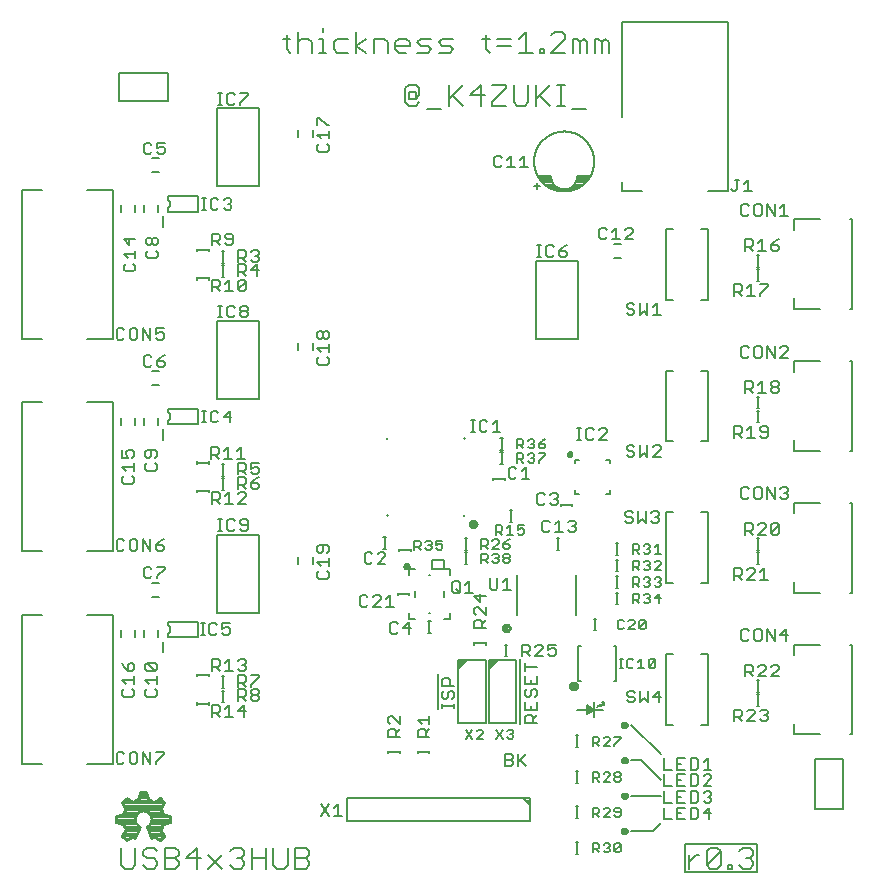
<source format=gto>
G75*
%MOIN*%
%OFA0B0*%
%FSLAX25Y25*%
%IPPOS*%
%LPD*%
%AMOC8*
5,1,8,0,0,1.08239X$1,22.5*
%
%ADD10C,0.00800*%
%ADD11C,0.00787*%
%ADD12C,0.00984*%
%ADD13R,0.01575X0.01575*%
%ADD14R,0.03346X0.00984*%
%ADD15R,0.02953X0.00984*%
%ADD16R,0.02362X0.00787*%
%ADD17R,0.02165X0.00787*%
%ADD18R,0.00591X0.00591*%
%ADD19R,0.03543X0.01378*%
%ADD20R,0.01181X0.00787*%
%ADD21C,0.01575*%
%ADD22R,0.01181X0.01181*%
D10*
X0094694Y0076173D02*
X0095874Y0074993D01*
X0098234Y0074993D01*
X0099414Y0076173D01*
X0099414Y0082073D01*
X0101944Y0080893D02*
X0101944Y0079713D01*
X0103124Y0078533D01*
X0105484Y0078533D01*
X0106664Y0077353D01*
X0106664Y0076173D01*
X0105484Y0074993D01*
X0103124Y0074993D01*
X0101944Y0076173D01*
X0101944Y0080893D02*
X0103124Y0082073D01*
X0105484Y0082073D01*
X0106664Y0080893D01*
X0109195Y0082073D02*
X0109195Y0074993D01*
X0112735Y0074993D01*
X0113915Y0076173D01*
X0113915Y0077353D01*
X0112735Y0078533D01*
X0109195Y0078533D01*
X0112735Y0078533D02*
X0113915Y0079713D01*
X0113915Y0080893D01*
X0112735Y0082073D01*
X0109195Y0082073D01*
X0116445Y0078533D02*
X0121165Y0078533D01*
X0123695Y0079713D02*
X0128415Y0074993D01*
X0130945Y0076173D02*
X0132125Y0074993D01*
X0134485Y0074993D01*
X0135665Y0076173D01*
X0135665Y0077353D01*
X0134485Y0078533D01*
X0133305Y0078533D01*
X0134485Y0078533D02*
X0135665Y0079713D01*
X0135665Y0080893D01*
X0134485Y0082073D01*
X0132125Y0082073D01*
X0130945Y0080893D01*
X0128415Y0079713D02*
X0123695Y0074993D01*
X0119985Y0074993D02*
X0119985Y0082073D01*
X0116445Y0078533D01*
X0094694Y0076173D02*
X0094694Y0082073D01*
X0095083Y0110033D02*
X0095738Y0110687D01*
X0095083Y0110033D02*
X0093774Y0110033D01*
X0093119Y0110687D01*
X0093119Y0113306D01*
X0093774Y0113960D01*
X0095083Y0113960D01*
X0095738Y0113306D01*
X0097469Y0113306D02*
X0097469Y0110687D01*
X0098124Y0110033D01*
X0099433Y0110033D01*
X0100088Y0110687D01*
X0100088Y0113306D01*
X0099433Y0113960D01*
X0098124Y0113960D01*
X0097469Y0113306D01*
X0101820Y0113960D02*
X0104438Y0110033D01*
X0104438Y0113960D01*
X0106170Y0113960D02*
X0108788Y0113960D01*
X0108788Y0113306D01*
X0106170Y0110687D01*
X0106170Y0110033D01*
X0101820Y0110033D02*
X0101820Y0113960D01*
X0103219Y0132415D02*
X0105838Y0132415D01*
X0106492Y0133070D01*
X0106492Y0134379D01*
X0105838Y0135034D01*
X0106492Y0136765D02*
X0106492Y0139384D01*
X0106492Y0138075D02*
X0102565Y0138075D01*
X0103874Y0136765D01*
X0103219Y0135034D02*
X0102565Y0134379D01*
X0102565Y0133070D01*
X0103219Y0132415D01*
X0099012Y0133070D02*
X0099012Y0134379D01*
X0098357Y0135034D01*
X0099012Y0136765D02*
X0099012Y0139384D01*
X0099012Y0138075D02*
X0095084Y0138075D01*
X0096394Y0136765D01*
X0095739Y0135034D02*
X0095084Y0134379D01*
X0095084Y0133070D01*
X0095739Y0132415D01*
X0098357Y0132415D01*
X0099012Y0133070D01*
X0098357Y0141115D02*
X0097048Y0141115D01*
X0097048Y0143079D01*
X0097703Y0143734D01*
X0098357Y0143734D01*
X0099012Y0143079D01*
X0099012Y0141770D01*
X0098357Y0141115D01*
X0097048Y0141115D02*
X0095739Y0142425D01*
X0095084Y0143734D01*
X0102565Y0143079D02*
X0103219Y0143734D01*
X0105838Y0141115D01*
X0106492Y0141770D01*
X0106492Y0143079D01*
X0105838Y0143734D01*
X0103219Y0143734D01*
X0102565Y0143079D02*
X0102565Y0141770D01*
X0103219Y0141115D01*
X0105838Y0141115D01*
X0121177Y0152946D02*
X0122486Y0152946D01*
X0121832Y0152946D02*
X0121832Y0156874D01*
X0122486Y0156874D02*
X0121177Y0156874D01*
X0124077Y0156219D02*
X0124077Y0153601D01*
X0124732Y0152946D01*
X0126041Y0152946D01*
X0126696Y0153601D01*
X0128427Y0153601D02*
X0129082Y0152946D01*
X0130391Y0152946D01*
X0131046Y0153601D01*
X0131046Y0154910D01*
X0130391Y0155564D01*
X0129737Y0155564D01*
X0128427Y0154910D01*
X0128427Y0156874D01*
X0131046Y0156874D01*
X0126696Y0156219D02*
X0126041Y0156874D01*
X0124732Y0156874D01*
X0124077Y0156219D01*
X0125009Y0145063D02*
X0126973Y0145063D01*
X0127627Y0144408D01*
X0127627Y0143099D01*
X0126973Y0142444D01*
X0125009Y0142444D01*
X0125009Y0141135D02*
X0125009Y0145063D01*
X0126318Y0142444D02*
X0127627Y0141135D01*
X0129359Y0141135D02*
X0131978Y0141135D01*
X0130668Y0141135D02*
X0130668Y0145063D01*
X0129359Y0143753D01*
X0133709Y0144408D02*
X0134364Y0145063D01*
X0135673Y0145063D01*
X0136328Y0144408D01*
X0136328Y0143753D01*
X0135673Y0143099D01*
X0136328Y0142444D01*
X0136328Y0141790D01*
X0135673Y0141135D01*
X0134364Y0141135D01*
X0133709Y0141790D01*
X0135019Y0143099D02*
X0135673Y0143099D01*
X0135634Y0139551D02*
X0133670Y0139551D01*
X0133670Y0135623D01*
X0133670Y0134826D02*
X0135634Y0134826D01*
X0136289Y0134172D01*
X0136289Y0132863D01*
X0135634Y0132208D01*
X0133670Y0132208D01*
X0133670Y0130899D02*
X0133670Y0134826D01*
X0133670Y0136932D02*
X0135634Y0136932D01*
X0136289Y0137587D01*
X0136289Y0138896D01*
X0135634Y0139551D01*
X0138021Y0139551D02*
X0140639Y0139551D01*
X0140639Y0138896D01*
X0138021Y0136278D01*
X0138021Y0135623D01*
X0138675Y0134826D02*
X0138021Y0134172D01*
X0138021Y0133517D01*
X0138675Y0132863D01*
X0139984Y0132863D01*
X0140639Y0132208D01*
X0140639Y0131553D01*
X0139984Y0130899D01*
X0138675Y0130899D01*
X0138021Y0131553D01*
X0138021Y0132208D01*
X0138675Y0132863D01*
X0139984Y0132863D02*
X0140639Y0133517D01*
X0140639Y0134172D01*
X0139984Y0134826D01*
X0138675Y0134826D01*
X0136289Y0135623D02*
X0134980Y0136932D01*
X0134980Y0132208D02*
X0136289Y0130899D01*
X0135673Y0129708D02*
X0133709Y0127744D01*
X0136328Y0127744D01*
X0135673Y0125781D02*
X0135673Y0129708D01*
X0130668Y0129708D02*
X0130668Y0125781D01*
X0129359Y0125781D02*
X0131978Y0125781D01*
X0129359Y0128399D02*
X0130668Y0129708D01*
X0127627Y0129054D02*
X0127627Y0127744D01*
X0126973Y0127090D01*
X0125009Y0127090D01*
X0126318Y0127090D02*
X0127627Y0125781D01*
X0125009Y0125781D02*
X0125009Y0129708D01*
X0126973Y0129708D01*
X0127627Y0129054D01*
X0161190Y0096637D02*
X0163809Y0092710D01*
X0165541Y0092710D02*
X0168159Y0092710D01*
X0166850Y0092710D02*
X0166850Y0096637D01*
X0165541Y0095328D01*
X0163809Y0096637D02*
X0161190Y0092710D01*
X0156236Y0082073D02*
X0152696Y0082073D01*
X0152696Y0074993D01*
X0156236Y0074993D01*
X0157416Y0076173D01*
X0157416Y0077353D01*
X0156236Y0078533D01*
X0152696Y0078533D01*
X0150166Y0076173D02*
X0150166Y0082073D01*
X0145446Y0082073D02*
X0145446Y0076173D01*
X0146626Y0074993D01*
X0148986Y0074993D01*
X0150166Y0076173D01*
X0142916Y0074993D02*
X0142916Y0082073D01*
X0142916Y0078533D02*
X0138196Y0078533D01*
X0138196Y0074993D02*
X0138196Y0082073D01*
X0156236Y0082073D02*
X0157416Y0080893D01*
X0157416Y0079713D01*
X0156236Y0078533D01*
X0183667Y0119068D02*
X0183667Y0121032D01*
X0184322Y0121687D01*
X0185631Y0121687D01*
X0186285Y0121032D01*
X0186285Y0119068D01*
X0186285Y0120377D02*
X0187595Y0121687D01*
X0187595Y0123418D02*
X0184976Y0126037D01*
X0184322Y0126037D01*
X0183667Y0125382D01*
X0183667Y0124073D01*
X0184322Y0123418D01*
X0187595Y0123418D02*
X0187595Y0126037D01*
X0193510Y0124728D02*
X0194819Y0123418D01*
X0194164Y0121687D02*
X0195473Y0121687D01*
X0196128Y0121032D01*
X0196128Y0119068D01*
X0197437Y0119068D02*
X0193510Y0119068D01*
X0193510Y0121032D01*
X0194164Y0121687D01*
X0196128Y0120377D02*
X0197437Y0121687D01*
X0197437Y0123418D02*
X0197437Y0126037D01*
X0197437Y0124728D02*
X0193510Y0124728D01*
X0200181Y0128242D02*
X0200181Y0139842D01*
X0201777Y0137856D02*
X0202432Y0138511D01*
X0203741Y0138511D01*
X0204396Y0137856D01*
X0204396Y0135892D01*
X0205705Y0135892D02*
X0201777Y0135892D01*
X0201777Y0137856D01*
X0202432Y0134160D02*
X0201777Y0133506D01*
X0201777Y0132196D01*
X0202432Y0131542D01*
X0203086Y0131542D01*
X0203741Y0132196D01*
X0203741Y0133506D01*
X0204396Y0134160D01*
X0205050Y0134160D01*
X0205705Y0133506D01*
X0205705Y0132196D01*
X0205050Y0131542D01*
X0205705Y0129951D02*
X0205705Y0128642D01*
X0205705Y0129296D02*
X0201777Y0129296D01*
X0201777Y0128642D02*
X0201777Y0129951D01*
X0209491Y0121440D02*
X0211584Y0118300D01*
X0213116Y0118300D02*
X0215209Y0120393D01*
X0215209Y0120917D01*
X0214686Y0121440D01*
X0213639Y0121440D01*
X0213116Y0120917D01*
X0211584Y0121440D02*
X0209491Y0118300D01*
X0213116Y0118300D02*
X0215209Y0118300D01*
X0219727Y0118300D02*
X0221820Y0121440D01*
X0223352Y0120917D02*
X0223876Y0121440D01*
X0224922Y0121440D01*
X0225445Y0120917D01*
X0225445Y0120393D01*
X0224922Y0119870D01*
X0225445Y0119347D01*
X0225445Y0118824D01*
X0224922Y0118300D01*
X0223876Y0118300D01*
X0223352Y0118824D01*
X0224399Y0119870D02*
X0224922Y0119870D01*
X0221820Y0118300D02*
X0219727Y0121440D01*
X0227740Y0123167D02*
X0227740Y0144917D01*
X0228326Y0145859D02*
X0228326Y0149787D01*
X0230290Y0149787D01*
X0230945Y0149132D01*
X0230945Y0147823D01*
X0230290Y0147169D01*
X0228326Y0147169D01*
X0229635Y0147169D02*
X0230945Y0145859D01*
X0232676Y0145859D02*
X0235295Y0148478D01*
X0235295Y0149132D01*
X0234640Y0149787D01*
X0233331Y0149787D01*
X0232676Y0149132D01*
X0232676Y0145859D02*
X0235295Y0145859D01*
X0237027Y0146514D02*
X0237681Y0145859D01*
X0238990Y0145859D01*
X0239645Y0146514D01*
X0239645Y0147823D01*
X0238990Y0148478D01*
X0238336Y0148478D01*
X0237027Y0147823D01*
X0237027Y0149787D01*
X0239645Y0149787D01*
X0233264Y0142276D02*
X0229336Y0142276D01*
X0229336Y0140967D02*
X0229336Y0143586D01*
X0229336Y0139236D02*
X0229336Y0136617D01*
X0233264Y0136617D01*
X0233264Y0139236D01*
X0231300Y0137926D02*
X0231300Y0136617D01*
X0231955Y0134885D02*
X0231300Y0134231D01*
X0231300Y0132922D01*
X0230646Y0132267D01*
X0229991Y0132267D01*
X0229336Y0132922D01*
X0229336Y0134231D01*
X0229991Y0134885D01*
X0231955Y0134885D02*
X0232609Y0134885D01*
X0233264Y0134231D01*
X0233264Y0132922D01*
X0232609Y0132267D01*
X0233264Y0130535D02*
X0233264Y0127917D01*
X0229336Y0127917D01*
X0229336Y0130535D01*
X0231300Y0129226D02*
X0231300Y0127917D01*
X0231300Y0126185D02*
X0231955Y0125530D01*
X0231955Y0123567D01*
X0231955Y0124876D02*
X0233264Y0126185D01*
X0231300Y0126185D02*
X0229991Y0126185D01*
X0229336Y0125530D01*
X0229336Y0123567D01*
X0233264Y0123567D01*
X0229615Y0113173D02*
X0226997Y0110554D01*
X0227652Y0111209D02*
X0229615Y0109245D01*
X0226997Y0109245D02*
X0226997Y0113173D01*
X0225265Y0112518D02*
X0225265Y0111864D01*
X0224611Y0111209D01*
X0222647Y0111209D01*
X0224611Y0111209D02*
X0225265Y0110554D01*
X0225265Y0109900D01*
X0224611Y0109245D01*
X0222647Y0109245D01*
X0222647Y0113173D01*
X0224611Y0113173D01*
X0225265Y0112518D01*
X0251855Y0115938D02*
X0251855Y0119078D01*
X0253425Y0119078D01*
X0253948Y0118554D01*
X0253948Y0117508D01*
X0253425Y0116985D01*
X0251855Y0116985D01*
X0252901Y0116985D02*
X0253948Y0115938D01*
X0255480Y0115938D02*
X0257573Y0118031D01*
X0257573Y0118554D01*
X0257050Y0119078D01*
X0256003Y0119078D01*
X0255480Y0118554D01*
X0255480Y0115938D02*
X0257573Y0115938D01*
X0259105Y0115938D02*
X0259105Y0116461D01*
X0261198Y0118554D01*
X0261198Y0119078D01*
X0259105Y0119078D01*
X0259628Y0107267D02*
X0260675Y0107267D01*
X0261198Y0106743D01*
X0261198Y0106220D01*
X0260675Y0105697D01*
X0259628Y0105697D01*
X0259105Y0106220D01*
X0259105Y0106743D01*
X0259628Y0107267D01*
X0259628Y0105697D02*
X0259105Y0105174D01*
X0259105Y0104650D01*
X0259628Y0104127D01*
X0260675Y0104127D01*
X0261198Y0104650D01*
X0261198Y0105174D01*
X0260675Y0105697D01*
X0257573Y0106220D02*
X0257573Y0106743D01*
X0257050Y0107267D01*
X0256003Y0107267D01*
X0255480Y0106743D01*
X0253948Y0106743D02*
X0253948Y0105697D01*
X0253425Y0105174D01*
X0251855Y0105174D01*
X0252901Y0105174D02*
X0253948Y0104127D01*
X0255480Y0104127D02*
X0257573Y0106220D01*
X0257573Y0104127D02*
X0255480Y0104127D01*
X0253948Y0106743D02*
X0253425Y0107267D01*
X0251855Y0107267D01*
X0251855Y0104127D01*
X0251855Y0095456D02*
X0253425Y0095456D01*
X0253948Y0094932D01*
X0253948Y0093886D01*
X0253425Y0093363D01*
X0251855Y0093363D01*
X0252901Y0093363D02*
X0253948Y0092316D01*
X0255480Y0092316D02*
X0257573Y0094409D01*
X0257573Y0094932D01*
X0257050Y0095456D01*
X0256003Y0095456D01*
X0255480Y0094932D01*
X0255480Y0092316D02*
X0257573Y0092316D01*
X0259105Y0092839D02*
X0259628Y0092316D01*
X0260675Y0092316D01*
X0261198Y0092839D01*
X0261198Y0094932D01*
X0260675Y0095456D01*
X0259628Y0095456D01*
X0259105Y0094932D01*
X0259105Y0094409D01*
X0259628Y0093886D01*
X0261198Y0093886D01*
X0251855Y0092316D02*
X0251855Y0095456D01*
X0251855Y0083645D02*
X0253425Y0083645D01*
X0253948Y0083121D01*
X0253948Y0082075D01*
X0253425Y0081552D01*
X0251855Y0081552D01*
X0252901Y0081552D02*
X0253948Y0080505D01*
X0255480Y0081028D02*
X0256003Y0080505D01*
X0257050Y0080505D01*
X0257573Y0081028D01*
X0257573Y0081552D01*
X0257050Y0082075D01*
X0256526Y0082075D01*
X0257050Y0082075D02*
X0257573Y0082598D01*
X0257573Y0083121D01*
X0257050Y0083645D01*
X0256003Y0083645D01*
X0255480Y0083121D01*
X0259105Y0083121D02*
X0259628Y0083645D01*
X0260675Y0083645D01*
X0261198Y0083121D01*
X0259105Y0081028D01*
X0259628Y0080505D01*
X0260675Y0080505D01*
X0261198Y0081028D01*
X0261198Y0083121D01*
X0259105Y0083121D02*
X0259105Y0081028D01*
X0251855Y0080505D02*
X0251855Y0083645D01*
X0275757Y0091529D02*
X0278376Y0091529D01*
X0280108Y0091529D02*
X0282726Y0091529D01*
X0284458Y0091529D02*
X0284458Y0095456D01*
X0286422Y0095456D01*
X0287076Y0094802D01*
X0287076Y0092183D01*
X0286422Y0091529D01*
X0284458Y0091529D01*
X0281417Y0093492D02*
X0280108Y0093492D01*
X0280108Y0091529D02*
X0280108Y0095456D01*
X0282726Y0095456D01*
X0282726Y0097040D02*
X0280108Y0097040D01*
X0280108Y0100968D01*
X0282726Y0100968D01*
X0282726Y0102552D02*
X0280108Y0102552D01*
X0280108Y0106480D01*
X0282726Y0106480D01*
X0282726Y0108064D02*
X0280108Y0108064D01*
X0280108Y0111992D01*
X0282726Y0111992D01*
X0284458Y0111992D02*
X0284458Y0108064D01*
X0286422Y0108064D01*
X0287076Y0108719D01*
X0287076Y0111337D01*
X0286422Y0111992D01*
X0284458Y0111992D01*
X0281417Y0110028D02*
X0280108Y0110028D01*
X0278376Y0108064D02*
X0275757Y0108064D01*
X0275757Y0111992D01*
X0275757Y0106480D02*
X0275757Y0102552D01*
X0278376Y0102552D01*
X0280108Y0104516D02*
X0281417Y0104516D01*
X0284458Y0102552D02*
X0286422Y0102552D01*
X0287076Y0103207D01*
X0287076Y0105825D01*
X0286422Y0106480D01*
X0284458Y0106480D01*
X0284458Y0102552D01*
X0284458Y0100968D02*
X0286422Y0100968D01*
X0287076Y0100314D01*
X0287076Y0097695D01*
X0286422Y0097040D01*
X0284458Y0097040D01*
X0284458Y0100968D01*
X0281417Y0099004D02*
X0280108Y0099004D01*
X0278376Y0097040D02*
X0275757Y0097040D01*
X0275757Y0100968D01*
X0275757Y0095456D02*
X0275757Y0091529D01*
X0283791Y0079713D02*
X0283791Y0074993D01*
X0283791Y0077353D02*
X0286151Y0079713D01*
X0287331Y0079713D01*
X0289833Y0080893D02*
X0289833Y0076173D01*
X0294553Y0080893D01*
X0294553Y0076173D01*
X0293373Y0074993D01*
X0291013Y0074993D01*
X0289833Y0076173D01*
X0289833Y0080893D02*
X0291013Y0082073D01*
X0293373Y0082073D01*
X0294553Y0080893D01*
X0297083Y0076173D02*
X0298263Y0076173D01*
X0298263Y0074993D01*
X0297083Y0074993D01*
X0297083Y0076173D01*
X0300709Y0076173D02*
X0301889Y0074993D01*
X0304249Y0074993D01*
X0305429Y0076173D01*
X0305429Y0077353D01*
X0304249Y0078533D01*
X0303069Y0078533D01*
X0304249Y0078533D02*
X0305429Y0079713D01*
X0305429Y0080893D01*
X0304249Y0082073D01*
X0301889Y0082073D01*
X0300709Y0080893D01*
X0290772Y0091529D02*
X0290772Y0095456D01*
X0288808Y0093492D01*
X0291426Y0093492D01*
X0290772Y0097040D02*
X0289463Y0097040D01*
X0288808Y0097695D01*
X0290117Y0099004D02*
X0290772Y0099004D01*
X0291426Y0098350D01*
X0291426Y0097695D01*
X0290772Y0097040D01*
X0290772Y0099004D02*
X0291426Y0099659D01*
X0291426Y0100314D01*
X0290772Y0100968D01*
X0289463Y0100968D01*
X0288808Y0100314D01*
X0288808Y0102552D02*
X0291426Y0105171D01*
X0291426Y0105825D01*
X0290772Y0106480D01*
X0289463Y0106480D01*
X0288808Y0105825D01*
X0288808Y0108064D02*
X0291426Y0108064D01*
X0290117Y0108064D02*
X0290117Y0111992D01*
X0288808Y0110683D01*
X0288808Y0102552D02*
X0291426Y0102552D01*
X0298966Y0124206D02*
X0298966Y0128134D01*
X0300930Y0128134D01*
X0301585Y0127479D01*
X0301585Y0126170D01*
X0300930Y0125515D01*
X0298966Y0125515D01*
X0300276Y0125515D02*
X0301585Y0124206D01*
X0303316Y0124206D02*
X0305935Y0126824D01*
X0305935Y0127479D01*
X0305280Y0128134D01*
X0303971Y0128134D01*
X0303316Y0127479D01*
X0303316Y0124206D02*
X0305935Y0124206D01*
X0307667Y0124860D02*
X0308321Y0124206D01*
X0309630Y0124206D01*
X0310285Y0124860D01*
X0310285Y0125515D01*
X0309630Y0126170D01*
X0308976Y0126170D01*
X0309630Y0126170D02*
X0310285Y0126824D01*
X0310285Y0127479D01*
X0309630Y0128134D01*
X0308321Y0128134D01*
X0307667Y0127479D01*
X0306918Y0139166D02*
X0309537Y0141785D01*
X0309537Y0142440D01*
X0308882Y0143094D01*
X0307573Y0143094D01*
X0306918Y0142440D01*
X0305186Y0142440D02*
X0305186Y0141130D01*
X0304532Y0140476D01*
X0302568Y0140476D01*
X0303877Y0140476D02*
X0305186Y0139166D01*
X0306918Y0139166D02*
X0309537Y0139166D01*
X0311268Y0139166D02*
X0313887Y0141785D01*
X0313887Y0142440D01*
X0313232Y0143094D01*
X0311923Y0143094D01*
X0311268Y0142440D01*
X0311268Y0139166D02*
X0313887Y0139166D01*
X0305186Y0142440D02*
X0304532Y0143094D01*
X0302568Y0143094D01*
X0302568Y0139166D01*
X0301964Y0150977D02*
X0303273Y0150977D01*
X0303928Y0151632D01*
X0305659Y0151632D02*
X0305659Y0154251D01*
X0306314Y0154905D01*
X0307623Y0154905D01*
X0308278Y0154251D01*
X0308278Y0151632D01*
X0307623Y0150977D01*
X0306314Y0150977D01*
X0305659Y0151632D01*
X0303928Y0154251D02*
X0303273Y0154905D01*
X0301964Y0154905D01*
X0301309Y0154251D01*
X0301309Y0151632D01*
X0301964Y0150977D01*
X0310009Y0150977D02*
X0310009Y0154905D01*
X0312628Y0150977D01*
X0312628Y0154905D01*
X0314360Y0152941D02*
X0316978Y0152941D01*
X0316323Y0150977D02*
X0316323Y0154905D01*
X0314360Y0152941D01*
X0310285Y0171450D02*
X0307667Y0171450D01*
X0308976Y0171450D02*
X0308976Y0175378D01*
X0307667Y0174068D01*
X0305935Y0174068D02*
X0305935Y0174723D01*
X0305280Y0175378D01*
X0303971Y0175378D01*
X0303316Y0174723D01*
X0301585Y0174723D02*
X0301585Y0173414D01*
X0300930Y0172759D01*
X0298966Y0172759D01*
X0298966Y0171450D02*
X0298966Y0175378D01*
X0300930Y0175378D01*
X0301585Y0174723D01*
X0300276Y0172759D02*
X0301585Y0171450D01*
X0303316Y0171450D02*
X0305935Y0174068D01*
X0305935Y0171450D02*
X0303316Y0171450D01*
X0302568Y0186410D02*
X0302568Y0190338D01*
X0304532Y0190338D01*
X0305186Y0189684D01*
X0305186Y0188374D01*
X0304532Y0187720D01*
X0302568Y0187720D01*
X0303877Y0187720D02*
X0305186Y0186410D01*
X0306918Y0186410D02*
X0309537Y0189029D01*
X0309537Y0189684D01*
X0308882Y0190338D01*
X0307573Y0190338D01*
X0306918Y0189684D01*
X0306918Y0186410D02*
X0309537Y0186410D01*
X0311268Y0187065D02*
X0313887Y0189684D01*
X0313887Y0187065D01*
X0313232Y0186410D01*
X0311923Y0186410D01*
X0311268Y0187065D01*
X0311268Y0189684D01*
X0311923Y0190338D01*
X0313232Y0190338D01*
X0313887Y0189684D01*
X0315014Y0198222D02*
X0314360Y0198876D01*
X0315014Y0198222D02*
X0316323Y0198222D01*
X0316978Y0198876D01*
X0316978Y0199531D01*
X0316323Y0200185D01*
X0315669Y0200185D01*
X0316323Y0200185D02*
X0316978Y0200840D01*
X0316978Y0201495D01*
X0316323Y0202149D01*
X0315014Y0202149D01*
X0314360Y0201495D01*
X0312628Y0202149D02*
X0312628Y0198222D01*
X0310009Y0202149D01*
X0310009Y0198222D01*
X0308278Y0198876D02*
X0308278Y0201495D01*
X0307623Y0202149D01*
X0306314Y0202149D01*
X0305659Y0201495D01*
X0305659Y0198876D01*
X0306314Y0198222D01*
X0307623Y0198222D01*
X0308278Y0198876D01*
X0303928Y0198876D02*
X0303273Y0198222D01*
X0301964Y0198222D01*
X0301309Y0198876D01*
X0301309Y0201495D01*
X0301964Y0202149D01*
X0303273Y0202149D01*
X0303928Y0201495D01*
X0303316Y0218694D02*
X0305935Y0218694D01*
X0304626Y0218694D02*
X0304626Y0222622D01*
X0303316Y0221312D01*
X0301585Y0220658D02*
X0300930Y0220003D01*
X0298966Y0220003D01*
X0298966Y0218694D02*
X0298966Y0222622D01*
X0300930Y0222622D01*
X0301585Y0221967D01*
X0301585Y0220658D01*
X0300276Y0220003D02*
X0301585Y0218694D01*
X0307667Y0219349D02*
X0308321Y0218694D01*
X0309630Y0218694D01*
X0310285Y0219349D01*
X0310285Y0221967D01*
X0309630Y0222622D01*
X0308321Y0222622D01*
X0307667Y0221967D01*
X0307667Y0221312D01*
X0308321Y0220658D01*
X0310285Y0220658D01*
X0309537Y0233655D02*
X0306918Y0233655D01*
X0308227Y0233655D02*
X0308227Y0237582D01*
X0306918Y0236273D01*
X0305186Y0235618D02*
X0304532Y0234964D01*
X0302568Y0234964D01*
X0303877Y0234964D02*
X0305186Y0233655D01*
X0305186Y0235618D02*
X0305186Y0236928D01*
X0304532Y0237582D01*
X0302568Y0237582D01*
X0302568Y0233655D01*
X0311268Y0234309D02*
X0311923Y0233655D01*
X0313232Y0233655D01*
X0313887Y0234309D01*
X0313887Y0234964D01*
X0313232Y0235618D01*
X0311923Y0235618D01*
X0311268Y0236273D01*
X0311268Y0236928D01*
X0311923Y0237582D01*
X0313232Y0237582D01*
X0313887Y0236928D01*
X0313887Y0236273D01*
X0313232Y0235618D01*
X0311923Y0235618D02*
X0311268Y0234964D01*
X0311268Y0234309D01*
X0310009Y0245466D02*
X0310009Y0249393D01*
X0312628Y0245466D01*
X0312628Y0249393D01*
X0314360Y0248739D02*
X0315014Y0249393D01*
X0316323Y0249393D01*
X0316978Y0248739D01*
X0316978Y0248084D01*
X0314360Y0245466D01*
X0316978Y0245466D01*
X0308278Y0246120D02*
X0308278Y0248739D01*
X0307623Y0249393D01*
X0306314Y0249393D01*
X0305659Y0248739D01*
X0305659Y0246120D01*
X0306314Y0245466D01*
X0307623Y0245466D01*
X0308278Y0246120D01*
X0303928Y0246120D02*
X0303273Y0245466D01*
X0301964Y0245466D01*
X0301309Y0246120D01*
X0301309Y0248739D01*
X0301964Y0249393D01*
X0303273Y0249393D01*
X0303928Y0248739D01*
X0303316Y0265938D02*
X0305935Y0265938D01*
X0304626Y0265938D02*
X0304626Y0269866D01*
X0303316Y0268557D01*
X0301585Y0269211D02*
X0301585Y0267902D01*
X0300930Y0267247D01*
X0298966Y0267247D01*
X0298966Y0265938D02*
X0298966Y0269866D01*
X0300930Y0269866D01*
X0301585Y0269211D01*
X0300276Y0267247D02*
X0301585Y0265938D01*
X0307667Y0265938D02*
X0307667Y0266593D01*
X0310285Y0269211D01*
X0310285Y0269866D01*
X0307667Y0269866D01*
X0308227Y0280899D02*
X0308227Y0284826D01*
X0306918Y0283517D01*
X0305186Y0282863D02*
X0304532Y0282208D01*
X0302568Y0282208D01*
X0303877Y0282208D02*
X0305186Y0280899D01*
X0306918Y0280899D02*
X0309537Y0280899D01*
X0311268Y0281553D02*
X0311923Y0280899D01*
X0313232Y0280899D01*
X0313887Y0281553D01*
X0313887Y0282208D01*
X0313232Y0282863D01*
X0311268Y0282863D01*
X0311268Y0281553D01*
X0311268Y0282863D02*
X0312578Y0284172D01*
X0313887Y0284826D01*
X0314360Y0292710D02*
X0316978Y0292710D01*
X0315669Y0292710D02*
X0315669Y0296637D01*
X0314360Y0295328D01*
X0312628Y0296637D02*
X0312628Y0292710D01*
X0310009Y0296637D01*
X0310009Y0292710D01*
X0308278Y0293364D02*
X0308278Y0295983D01*
X0307623Y0296637D01*
X0306314Y0296637D01*
X0305659Y0295983D01*
X0305659Y0293364D01*
X0306314Y0292710D01*
X0307623Y0292710D01*
X0308278Y0293364D01*
X0303928Y0293364D02*
X0303273Y0292710D01*
X0301964Y0292710D01*
X0301309Y0293364D01*
X0301309Y0295983D01*
X0301964Y0296637D01*
X0303273Y0296637D01*
X0303928Y0295983D01*
X0303660Y0300820D02*
X0303660Y0304748D01*
X0302351Y0303438D01*
X0300620Y0304748D02*
X0299310Y0304748D01*
X0299965Y0304748D02*
X0299965Y0301475D01*
X0299310Y0300820D01*
X0298656Y0300820D01*
X0298001Y0301475D01*
X0302351Y0300820D02*
X0304970Y0300820D01*
X0304532Y0284826D02*
X0305186Y0284172D01*
X0305186Y0282863D01*
X0304532Y0284826D02*
X0302568Y0284826D01*
X0302568Y0280899D01*
X0273149Y0263567D02*
X0273149Y0259639D01*
X0271840Y0259639D02*
X0274458Y0259639D01*
X0271840Y0262257D02*
X0273149Y0263567D01*
X0270108Y0263567D02*
X0270108Y0259639D01*
X0268799Y0260948D01*
X0267490Y0259639D01*
X0267490Y0263567D01*
X0265758Y0262912D02*
X0265103Y0263567D01*
X0263794Y0263567D01*
X0263140Y0262912D01*
X0263140Y0262257D01*
X0263794Y0261603D01*
X0265103Y0261603D01*
X0265758Y0260948D01*
X0265758Y0260293D01*
X0265103Y0259639D01*
X0263794Y0259639D01*
X0263140Y0260293D01*
X0262617Y0284836D02*
X0265236Y0287454D01*
X0265236Y0288109D01*
X0264581Y0288763D01*
X0263272Y0288763D01*
X0262617Y0288109D01*
X0259576Y0288763D02*
X0259576Y0284836D01*
X0258267Y0284836D02*
X0260885Y0284836D01*
X0262617Y0284836D02*
X0265236Y0284836D01*
X0259576Y0288763D02*
X0258267Y0287454D01*
X0256535Y0288109D02*
X0255881Y0288763D01*
X0254571Y0288763D01*
X0253917Y0288109D01*
X0253917Y0285490D01*
X0254571Y0284836D01*
X0255881Y0284836D01*
X0256535Y0285490D01*
X0243145Y0282858D02*
X0241836Y0282203D01*
X0240527Y0280894D01*
X0242491Y0280894D01*
X0243145Y0280239D01*
X0243145Y0279585D01*
X0242491Y0278930D01*
X0241182Y0278930D01*
X0240527Y0279585D01*
X0240527Y0280894D01*
X0238795Y0279585D02*
X0238141Y0278930D01*
X0236831Y0278930D01*
X0236177Y0279585D01*
X0236177Y0282203D01*
X0236831Y0282858D01*
X0238141Y0282858D01*
X0238795Y0282203D01*
X0234586Y0282858D02*
X0233277Y0282858D01*
X0233931Y0282858D02*
X0233931Y0278930D01*
X0233277Y0278930D02*
X0234586Y0278930D01*
X0230196Y0308851D02*
X0227578Y0308851D01*
X0228887Y0308851D02*
X0228887Y0312779D01*
X0227578Y0311470D01*
X0225846Y0308851D02*
X0223228Y0308851D01*
X0224537Y0308851D02*
X0224537Y0312779D01*
X0223228Y0311470D01*
X0221496Y0312125D02*
X0220841Y0312779D01*
X0219532Y0312779D01*
X0218877Y0312125D01*
X0218877Y0309506D01*
X0219532Y0308851D01*
X0220841Y0308851D01*
X0221496Y0309506D01*
X0223060Y0329324D02*
X0218340Y0329324D01*
X0218340Y0330504D01*
X0223060Y0335224D01*
X0223060Y0336404D01*
X0218340Y0336404D01*
X0214629Y0336404D02*
X0214629Y0329324D01*
X0215809Y0332864D02*
X0211089Y0332864D01*
X0214629Y0336404D01*
X0208559Y0336404D02*
X0203839Y0331684D01*
X0205019Y0332864D02*
X0208559Y0329324D01*
X0203839Y0329324D02*
X0203839Y0336404D01*
X0201309Y0328144D02*
X0196589Y0328144D01*
X0194058Y0330504D02*
X0192878Y0329324D01*
X0190518Y0329324D01*
X0189338Y0330504D01*
X0189338Y0335224D01*
X0190518Y0336404D01*
X0192878Y0336404D01*
X0194058Y0335224D01*
X0194058Y0332864D01*
X0192878Y0331684D01*
X0192878Y0334044D01*
X0190518Y0334044D01*
X0190518Y0331684D01*
X0192878Y0331684D01*
X0193341Y0347040D02*
X0196881Y0347040D01*
X0198061Y0348220D01*
X0196881Y0349400D01*
X0194521Y0349400D01*
X0193341Y0350580D01*
X0194521Y0351760D01*
X0198061Y0351760D01*
X0200591Y0350580D02*
X0201771Y0351760D01*
X0205311Y0351760D01*
X0204131Y0349400D02*
X0201771Y0349400D01*
X0200591Y0350580D01*
X0200591Y0347040D02*
X0204131Y0347040D01*
X0205311Y0348220D01*
X0204131Y0349400D01*
X0215092Y0351760D02*
X0217452Y0351760D01*
X0216272Y0352940D02*
X0216272Y0348220D01*
X0217452Y0347040D01*
X0219925Y0349400D02*
X0224645Y0349400D01*
X0224645Y0351760D02*
X0219925Y0351760D01*
X0227176Y0351760D02*
X0229536Y0354120D01*
X0229536Y0347040D01*
X0227176Y0347040D02*
X0231896Y0347040D01*
X0234426Y0347040D02*
X0235606Y0347040D01*
X0235606Y0348220D01*
X0234426Y0348220D01*
X0234426Y0347040D01*
X0238051Y0347040D02*
X0242771Y0351760D01*
X0242771Y0352940D01*
X0241591Y0354120D01*
X0239231Y0354120D01*
X0238051Y0352940D01*
X0238051Y0347040D02*
X0242771Y0347040D01*
X0245301Y0347040D02*
X0245301Y0351760D01*
X0246481Y0351760D01*
X0247661Y0350580D01*
X0248841Y0351760D01*
X0250021Y0350580D01*
X0250021Y0347040D01*
X0247661Y0347040D02*
X0247661Y0350580D01*
X0252552Y0351760D02*
X0252552Y0347040D01*
X0254912Y0347040D02*
X0254912Y0350580D01*
X0256092Y0351760D01*
X0257272Y0350580D01*
X0257272Y0347040D01*
X0254912Y0350580D02*
X0253732Y0351760D01*
X0252552Y0351760D01*
X0242450Y0336404D02*
X0240090Y0336404D01*
X0241270Y0336404D02*
X0241270Y0329324D01*
X0240090Y0329324D02*
X0242450Y0329324D01*
X0244924Y0328144D02*
X0249644Y0328144D01*
X0237560Y0329324D02*
X0234020Y0332864D01*
X0232840Y0331684D02*
X0237560Y0336404D01*
X0232840Y0336404D02*
X0232840Y0329324D01*
X0230310Y0330504D02*
X0230310Y0336404D01*
X0225590Y0336404D02*
X0225590Y0330504D01*
X0226770Y0329324D01*
X0229130Y0329324D01*
X0230310Y0330504D01*
X0190811Y0349400D02*
X0186091Y0349400D01*
X0186091Y0348220D02*
X0186091Y0350580D01*
X0187271Y0351760D01*
X0189631Y0351760D01*
X0190811Y0350580D01*
X0190811Y0349400D01*
X0189631Y0347040D02*
X0187271Y0347040D01*
X0186091Y0348220D01*
X0183561Y0347040D02*
X0183561Y0350580D01*
X0182381Y0351760D01*
X0178840Y0351760D01*
X0178840Y0347040D01*
X0176339Y0347040D02*
X0172799Y0349400D01*
X0176339Y0351760D01*
X0172799Y0354120D02*
X0172799Y0347040D01*
X0170268Y0347040D02*
X0166728Y0347040D01*
X0165548Y0348220D01*
X0165548Y0350580D01*
X0166728Y0351760D01*
X0170268Y0351760D01*
X0163075Y0347040D02*
X0160715Y0347040D01*
X0161895Y0347040D02*
X0161895Y0351760D01*
X0160715Y0351760D01*
X0161895Y0354120D02*
X0161895Y0355300D01*
X0158185Y0350580D02*
X0158185Y0347040D01*
X0158185Y0350580D02*
X0157005Y0351760D01*
X0154645Y0351760D01*
X0153464Y0350580D01*
X0150991Y0351760D02*
X0148631Y0351760D01*
X0149811Y0352940D02*
X0149811Y0348220D01*
X0150991Y0347040D01*
X0153464Y0347040D02*
X0153464Y0354120D01*
X0136846Y0333645D02*
X0136846Y0332991D01*
X0134228Y0330372D01*
X0134228Y0329718D01*
X0132496Y0330372D02*
X0131841Y0329718D01*
X0130532Y0329718D01*
X0129878Y0330372D01*
X0129878Y0332991D01*
X0130532Y0333645D01*
X0131841Y0333645D01*
X0132496Y0332991D01*
X0134228Y0333645D02*
X0136846Y0333645D01*
X0128287Y0333645D02*
X0126977Y0333645D01*
X0127632Y0333645D02*
X0127632Y0329718D01*
X0126977Y0329718D02*
X0128287Y0329718D01*
X0109123Y0317110D02*
X0106505Y0317110D01*
X0106505Y0315146D01*
X0107814Y0315801D01*
X0108469Y0315801D01*
X0109123Y0315146D01*
X0109123Y0313837D01*
X0108469Y0313182D01*
X0107160Y0313182D01*
X0106505Y0313837D01*
X0104773Y0313837D02*
X0104119Y0313182D01*
X0102809Y0313182D01*
X0102155Y0313837D01*
X0102155Y0316455D01*
X0102809Y0317110D01*
X0104119Y0317110D01*
X0104773Y0316455D01*
X0121571Y0298606D02*
X0122880Y0298606D01*
X0122226Y0298606D02*
X0122226Y0294678D01*
X0122880Y0294678D02*
X0121571Y0294678D01*
X0124471Y0295333D02*
X0125126Y0294678D01*
X0126435Y0294678D01*
X0127090Y0295333D01*
X0128821Y0295333D02*
X0129476Y0294678D01*
X0130785Y0294678D01*
X0131440Y0295333D01*
X0131440Y0295987D01*
X0130785Y0296642D01*
X0130130Y0296642D01*
X0130785Y0296642D02*
X0131440Y0297297D01*
X0131440Y0297951D01*
X0130785Y0298606D01*
X0129476Y0298606D01*
X0128821Y0297951D01*
X0127090Y0297951D02*
X0126435Y0298606D01*
X0125126Y0298606D01*
X0124471Y0297951D01*
X0124471Y0295333D01*
X0125009Y0286795D02*
X0126973Y0286795D01*
X0127627Y0286140D01*
X0127627Y0284831D01*
X0126973Y0284176D01*
X0125009Y0284176D01*
X0125009Y0282867D02*
X0125009Y0286795D01*
X0126318Y0284176D02*
X0127627Y0282867D01*
X0129359Y0283522D02*
X0130014Y0282867D01*
X0131323Y0282867D01*
X0131978Y0283522D01*
X0131978Y0286140D01*
X0131323Y0286795D01*
X0130014Y0286795D01*
X0129359Y0286140D01*
X0129359Y0285486D01*
X0130014Y0284831D01*
X0131978Y0284831D01*
X0133670Y0281283D02*
X0135634Y0281283D01*
X0136289Y0280629D01*
X0136289Y0279319D01*
X0135634Y0278665D01*
X0133670Y0278665D01*
X0134980Y0278665D02*
X0136289Y0277355D01*
X0135634Y0276559D02*
X0133670Y0276559D01*
X0133670Y0272631D01*
X0133670Y0273940D02*
X0135634Y0273940D01*
X0136289Y0274595D01*
X0136289Y0275904D01*
X0135634Y0276559D01*
X0133670Y0277355D02*
X0133670Y0281283D01*
X0138021Y0280629D02*
X0138675Y0281283D01*
X0139984Y0281283D01*
X0140639Y0280629D01*
X0140639Y0279974D01*
X0139984Y0279319D01*
X0140639Y0278665D01*
X0140639Y0278010D01*
X0139984Y0277355D01*
X0138675Y0277355D01*
X0138021Y0278010D01*
X0139330Y0279319D02*
X0139984Y0279319D01*
X0139984Y0276559D02*
X0138021Y0274595D01*
X0140639Y0274595D01*
X0139984Y0272631D02*
X0139984Y0276559D01*
X0136289Y0272631D02*
X0134980Y0273940D01*
X0134364Y0271441D02*
X0133709Y0270786D01*
X0133709Y0268167D01*
X0136328Y0270786D01*
X0136328Y0268167D01*
X0135673Y0267513D01*
X0134364Y0267513D01*
X0133709Y0268167D01*
X0131978Y0267513D02*
X0129359Y0267513D01*
X0130668Y0267513D02*
X0130668Y0271441D01*
X0129359Y0270131D01*
X0127627Y0269477D02*
X0126973Y0268822D01*
X0125009Y0268822D01*
X0125009Y0267513D02*
X0125009Y0271441D01*
X0126973Y0271441D01*
X0127627Y0270786D01*
X0127627Y0269477D01*
X0126318Y0268822D02*
X0127627Y0267513D01*
X0127632Y0262779D02*
X0127632Y0258851D01*
X0126977Y0258851D02*
X0128287Y0258851D01*
X0129878Y0259506D02*
X0130532Y0258851D01*
X0131841Y0258851D01*
X0132496Y0259506D01*
X0134228Y0259506D02*
X0134228Y0260161D01*
X0134882Y0260815D01*
X0136192Y0260815D01*
X0136846Y0260161D01*
X0136846Y0259506D01*
X0136192Y0258851D01*
X0134882Y0258851D01*
X0134228Y0259506D01*
X0134882Y0260815D02*
X0134228Y0261470D01*
X0134228Y0262125D01*
X0134882Y0262779D01*
X0136192Y0262779D01*
X0136846Y0262125D01*
X0136846Y0261470D01*
X0136192Y0260815D01*
X0132496Y0262125D02*
X0131841Y0262779D01*
X0130532Y0262779D01*
X0129878Y0262125D01*
X0129878Y0259506D01*
X0128287Y0262779D02*
X0126977Y0262779D01*
X0134364Y0271441D02*
X0135673Y0271441D01*
X0136328Y0270786D01*
X0160045Y0253542D02*
X0160700Y0254196D01*
X0161354Y0254196D01*
X0162009Y0253542D01*
X0162009Y0252232D01*
X0161354Y0251578D01*
X0160700Y0251578D01*
X0160045Y0252232D01*
X0160045Y0253542D01*
X0162009Y0253542D02*
X0162663Y0254196D01*
X0163318Y0254196D01*
X0163973Y0253542D01*
X0163973Y0252232D01*
X0163318Y0251578D01*
X0162663Y0251578D01*
X0162009Y0252232D01*
X0163973Y0249846D02*
X0163973Y0247228D01*
X0163973Y0248537D02*
X0160045Y0248537D01*
X0161354Y0247228D01*
X0160700Y0245496D02*
X0160045Y0244841D01*
X0160045Y0243532D01*
X0160700Y0242877D01*
X0163318Y0242877D01*
X0163973Y0243532D01*
X0163973Y0244841D01*
X0163318Y0245496D01*
X0134625Y0215535D02*
X0134625Y0211607D01*
X0133316Y0211607D02*
X0135934Y0211607D01*
X0135634Y0210417D02*
X0136289Y0209762D01*
X0136289Y0208453D01*
X0135634Y0207798D01*
X0133670Y0207798D01*
X0133670Y0206489D02*
X0133670Y0210417D01*
X0135634Y0210417D01*
X0138021Y0210417D02*
X0138021Y0208453D01*
X0139330Y0209108D01*
X0139984Y0209108D01*
X0140639Y0208453D01*
X0140639Y0207144D01*
X0139984Y0206489D01*
X0138675Y0206489D01*
X0138021Y0207144D01*
X0136289Y0206489D02*
X0134980Y0207798D01*
X0135634Y0205693D02*
X0136289Y0205038D01*
X0136289Y0203729D01*
X0135634Y0203074D01*
X0133670Y0203074D01*
X0133670Y0201765D02*
X0133670Y0205693D01*
X0135634Y0205693D01*
X0134980Y0203074D02*
X0136289Y0201765D01*
X0135673Y0200574D02*
X0134364Y0200574D01*
X0133709Y0199920D01*
X0135673Y0200574D02*
X0136328Y0199920D01*
X0136328Y0199265D01*
X0133709Y0196647D01*
X0136328Y0196647D01*
X0131978Y0196647D02*
X0129359Y0196647D01*
X0130668Y0196647D02*
X0130668Y0200574D01*
X0129359Y0199265D01*
X0127627Y0198611D02*
X0126973Y0197956D01*
X0125009Y0197956D01*
X0126318Y0197956D02*
X0127627Y0196647D01*
X0127627Y0198611D02*
X0127627Y0199920D01*
X0126973Y0200574D01*
X0125009Y0200574D01*
X0125009Y0196647D01*
X0126977Y0191519D02*
X0128287Y0191519D01*
X0127632Y0191519D02*
X0127632Y0187592D01*
X0126977Y0187592D02*
X0128287Y0187592D01*
X0129878Y0188246D02*
X0130532Y0187592D01*
X0131841Y0187592D01*
X0132496Y0188246D01*
X0134228Y0188246D02*
X0134882Y0187592D01*
X0136192Y0187592D01*
X0136846Y0188246D01*
X0136846Y0190865D01*
X0136192Y0191519D01*
X0134882Y0191519D01*
X0134228Y0190865D01*
X0134228Y0190210D01*
X0134882Y0189555D01*
X0136846Y0189555D01*
X0132496Y0190865D02*
X0131841Y0191519D01*
X0130532Y0191519D01*
X0129878Y0190865D01*
X0129878Y0188246D01*
X0138675Y0201765D02*
X0138021Y0202419D01*
X0138021Y0203729D01*
X0139984Y0203729D01*
X0140639Y0203074D01*
X0140639Y0202419D01*
X0139984Y0201765D01*
X0138675Y0201765D01*
X0138021Y0203729D02*
X0139330Y0205038D01*
X0140639Y0205693D01*
X0140639Y0210417D02*
X0138021Y0210417D01*
X0133316Y0214226D02*
X0134625Y0215535D01*
X0130275Y0215535D02*
X0130275Y0211607D01*
X0131584Y0211607D02*
X0128965Y0211607D01*
X0127234Y0211607D02*
X0125924Y0212917D01*
X0126579Y0212917D02*
X0124615Y0212917D01*
X0124615Y0211607D02*
X0124615Y0215535D01*
X0126579Y0215535D01*
X0127234Y0214880D01*
X0127234Y0213571D01*
X0126579Y0212917D01*
X0128965Y0214226D02*
X0130275Y0215535D01*
X0130785Y0223812D02*
X0130785Y0227740D01*
X0128821Y0225776D01*
X0131440Y0225776D01*
X0127090Y0227085D02*
X0126435Y0227740D01*
X0125126Y0227740D01*
X0124471Y0227085D01*
X0124471Y0224467D01*
X0125126Y0223812D01*
X0126435Y0223812D01*
X0127090Y0224467D01*
X0122880Y0223812D02*
X0121571Y0223812D01*
X0122226Y0223812D02*
X0122226Y0227740D01*
X0122880Y0227740D02*
X0121571Y0227740D01*
X0108469Y0242316D02*
X0109123Y0242971D01*
X0109123Y0243625D01*
X0108469Y0244280D01*
X0106505Y0244280D01*
X0106505Y0242971D01*
X0107160Y0242316D01*
X0108469Y0242316D01*
X0106505Y0244280D02*
X0107814Y0245589D01*
X0109123Y0246244D01*
X0104773Y0245589D02*
X0104119Y0246244D01*
X0102809Y0246244D01*
X0102155Y0245589D01*
X0102155Y0242971D01*
X0102809Y0242316D01*
X0104119Y0242316D01*
X0104773Y0242971D01*
X0104438Y0251371D02*
X0104438Y0255299D01*
X0106170Y0255299D02*
X0106170Y0253335D01*
X0107479Y0253990D01*
X0108134Y0253990D01*
X0108788Y0253335D01*
X0108788Y0252026D01*
X0108134Y0251371D01*
X0106824Y0251371D01*
X0106170Y0252026D01*
X0104438Y0251371D02*
X0101820Y0255299D01*
X0101820Y0251371D01*
X0100088Y0252026D02*
X0100088Y0254644D01*
X0099433Y0255299D01*
X0098124Y0255299D01*
X0097469Y0254644D01*
X0097469Y0252026D01*
X0098124Y0251371D01*
X0099433Y0251371D01*
X0100088Y0252026D01*
X0095738Y0252026D02*
X0095083Y0251371D01*
X0093774Y0251371D01*
X0093119Y0252026D01*
X0093119Y0254644D01*
X0093774Y0255299D01*
X0095083Y0255299D01*
X0095738Y0254644D01*
X0106170Y0255299D02*
X0108788Y0255299D01*
X0098751Y0274147D02*
X0096133Y0274147D01*
X0095478Y0274802D01*
X0095478Y0276111D01*
X0096133Y0276766D01*
X0096787Y0278498D02*
X0095478Y0279807D01*
X0099406Y0279807D01*
X0099406Y0278498D02*
X0099406Y0281116D01*
X0097442Y0282848D02*
X0097442Y0285466D01*
X0099406Y0284812D02*
X0095478Y0284812D01*
X0097442Y0282848D01*
X0102958Y0283502D02*
X0102958Y0284812D01*
X0103613Y0285466D01*
X0104268Y0285466D01*
X0104922Y0284812D01*
X0104922Y0283502D01*
X0104268Y0282848D01*
X0103613Y0282848D01*
X0102958Y0283502D01*
X0104922Y0283502D02*
X0105577Y0282848D01*
X0106231Y0282848D01*
X0106886Y0283502D01*
X0106886Y0284812D01*
X0106231Y0285466D01*
X0105577Y0285466D01*
X0104922Y0284812D01*
X0103613Y0281116D02*
X0102958Y0280461D01*
X0102958Y0279152D01*
X0103613Y0278498D01*
X0106231Y0278498D01*
X0106886Y0279152D01*
X0106886Y0280461D01*
X0106231Y0281116D01*
X0099406Y0276111D02*
X0098751Y0276766D01*
X0099406Y0276111D02*
X0099406Y0274802D01*
X0098751Y0274147D01*
X0098357Y0214600D02*
X0097048Y0214600D01*
X0096394Y0213945D01*
X0096394Y0213291D01*
X0097048Y0211982D01*
X0095084Y0211982D01*
X0095084Y0214600D01*
X0098357Y0214600D02*
X0099012Y0213945D01*
X0099012Y0212636D01*
X0098357Y0211982D01*
X0099012Y0210250D02*
X0099012Y0207631D01*
X0099012Y0208941D02*
X0095084Y0208941D01*
X0096394Y0207631D01*
X0095739Y0205900D02*
X0095084Y0205245D01*
X0095084Y0203936D01*
X0095739Y0203281D01*
X0098357Y0203281D01*
X0099012Y0203936D01*
X0099012Y0205245D01*
X0098357Y0205900D01*
X0102565Y0208286D02*
X0102565Y0209595D01*
X0103219Y0210250D01*
X0103219Y0211982D02*
X0103874Y0211982D01*
X0104529Y0212636D01*
X0104529Y0214600D01*
X0105838Y0214600D02*
X0103219Y0214600D01*
X0102565Y0213945D01*
X0102565Y0212636D01*
X0103219Y0211982D01*
X0105838Y0211982D02*
X0106492Y0212636D01*
X0106492Y0213945D01*
X0105838Y0214600D01*
X0105838Y0210250D02*
X0106492Y0209595D01*
X0106492Y0208286D01*
X0105838Y0207631D01*
X0103219Y0207631D01*
X0102565Y0208286D01*
X0101820Y0184826D02*
X0104438Y0180899D01*
X0104438Y0184826D01*
X0106170Y0182863D02*
X0108134Y0182863D01*
X0108788Y0182208D01*
X0108788Y0181553D01*
X0108134Y0180899D01*
X0106824Y0180899D01*
X0106170Y0181553D01*
X0106170Y0182863D01*
X0107479Y0184172D01*
X0108788Y0184826D01*
X0101820Y0184826D02*
X0101820Y0180899D01*
X0100088Y0181553D02*
X0100088Y0184172D01*
X0099433Y0184826D01*
X0098124Y0184826D01*
X0097469Y0184172D01*
X0097469Y0181553D01*
X0098124Y0180899D01*
X0099433Y0180899D01*
X0100088Y0181553D01*
X0095738Y0181553D02*
X0095083Y0180899D01*
X0093774Y0180899D01*
X0093119Y0181553D01*
X0093119Y0184172D01*
X0093774Y0184826D01*
X0095083Y0184826D01*
X0095738Y0184172D01*
X0102809Y0175771D02*
X0102155Y0175117D01*
X0102155Y0172498D01*
X0102809Y0171844D01*
X0104119Y0171844D01*
X0104773Y0172498D01*
X0106505Y0172498D02*
X0109123Y0175117D01*
X0109123Y0175771D01*
X0106505Y0175771D01*
X0104773Y0175117D02*
X0104119Y0175771D01*
X0102809Y0175771D01*
X0106505Y0172498D02*
X0106505Y0171844D01*
X0160045Y0172272D02*
X0160700Y0171618D01*
X0163318Y0171618D01*
X0163973Y0172272D01*
X0163973Y0173581D01*
X0163318Y0174236D01*
X0163973Y0175968D02*
X0163973Y0178586D01*
X0163973Y0177277D02*
X0160045Y0177277D01*
X0161354Y0175968D01*
X0160700Y0174236D02*
X0160045Y0173581D01*
X0160045Y0172272D01*
X0160700Y0180318D02*
X0161354Y0180318D01*
X0162009Y0180972D01*
X0162009Y0182936D01*
X0163318Y0182936D02*
X0160700Y0182936D01*
X0160045Y0182282D01*
X0160045Y0180972D01*
X0160700Y0180318D01*
X0163318Y0180318D02*
X0163973Y0180972D01*
X0163973Y0182282D01*
X0163318Y0182936D01*
X0175796Y0179841D02*
X0175796Y0177223D01*
X0176451Y0176568D01*
X0177760Y0176568D01*
X0178415Y0177223D01*
X0180146Y0176568D02*
X0182765Y0179186D01*
X0182765Y0179841D01*
X0182110Y0180496D01*
X0180801Y0180496D01*
X0180146Y0179841D01*
X0178415Y0179841D02*
X0177760Y0180496D01*
X0176451Y0180496D01*
X0175796Y0179841D01*
X0180146Y0176568D02*
X0182765Y0176568D01*
X0184173Y0166323D02*
X0184173Y0162395D01*
X0185482Y0162395D02*
X0182863Y0162395D01*
X0181132Y0162395D02*
X0178513Y0162395D01*
X0181132Y0165013D01*
X0181132Y0165668D01*
X0180477Y0166323D01*
X0179168Y0166323D01*
X0178513Y0165668D01*
X0176782Y0165668D02*
X0176127Y0166323D01*
X0174818Y0166323D01*
X0174163Y0165668D01*
X0174163Y0163049D01*
X0174818Y0162395D01*
X0176127Y0162395D01*
X0176782Y0163049D01*
X0182863Y0165013D02*
X0184173Y0166323D01*
X0185073Y0157267D02*
X0184419Y0156613D01*
X0184419Y0153994D01*
X0185073Y0153340D01*
X0186383Y0153340D01*
X0187037Y0153994D01*
X0188769Y0155304D02*
X0191387Y0155304D01*
X0190733Y0157267D02*
X0190733Y0153340D01*
X0188769Y0155304D02*
X0190733Y0157267D01*
X0187037Y0156613D02*
X0186383Y0157267D01*
X0185073Y0157267D01*
X0204930Y0167774D02*
X0205585Y0167119D01*
X0206894Y0167119D01*
X0207549Y0167774D01*
X0207549Y0170392D01*
X0206894Y0171047D01*
X0205585Y0171047D01*
X0204930Y0170392D01*
X0204930Y0167774D01*
X0206239Y0168428D02*
X0207549Y0167119D01*
X0209280Y0167119D02*
X0211899Y0167119D01*
X0212407Y0165972D02*
X0214371Y0164008D01*
X0214371Y0166627D01*
X0216335Y0165972D02*
X0212407Y0165972D01*
X0210590Y0167119D02*
X0210590Y0171047D01*
X0209280Y0169738D01*
X0213062Y0162277D02*
X0212407Y0161622D01*
X0212407Y0160313D01*
X0213062Y0159658D01*
X0213062Y0157927D02*
X0214371Y0157927D01*
X0215026Y0157272D01*
X0215026Y0155308D01*
X0216335Y0155308D02*
X0212407Y0155308D01*
X0212407Y0157272D01*
X0213062Y0157927D01*
X0215026Y0156617D02*
X0216335Y0157927D01*
X0216335Y0159658D02*
X0213716Y0162277D01*
X0213062Y0162277D01*
X0216335Y0162277D02*
X0216335Y0159658D01*
X0218144Y0167907D02*
X0219454Y0167907D01*
X0220108Y0168561D01*
X0220108Y0171834D01*
X0221840Y0170525D02*
X0223149Y0171834D01*
X0223149Y0167907D01*
X0221840Y0167907D02*
X0224458Y0167907D01*
X0218144Y0167907D02*
X0217490Y0168561D01*
X0217490Y0171834D01*
X0216866Y0176962D02*
X0215819Y0178008D01*
X0216343Y0178008D02*
X0214773Y0178008D01*
X0214773Y0176962D02*
X0214773Y0180101D01*
X0216343Y0180101D01*
X0216866Y0179578D01*
X0216866Y0178532D01*
X0216343Y0178008D01*
X0218398Y0177485D02*
X0218921Y0176962D01*
X0219968Y0176962D01*
X0220491Y0177485D01*
X0220491Y0178008D01*
X0219968Y0178532D01*
X0219444Y0178532D01*
X0219968Y0178532D02*
X0220491Y0179055D01*
X0220491Y0179578D01*
X0219968Y0180101D01*
X0218921Y0180101D01*
X0218398Y0179578D01*
X0218398Y0181686D02*
X0220491Y0183779D01*
X0220491Y0184302D01*
X0219968Y0184826D01*
X0218921Y0184826D01*
X0218398Y0184302D01*
X0216866Y0184302D02*
X0216866Y0183256D01*
X0216343Y0182733D01*
X0214773Y0182733D01*
X0215819Y0182733D02*
X0216866Y0181686D01*
X0218398Y0181686D02*
X0220491Y0181686D01*
X0222023Y0182209D02*
X0222546Y0181686D01*
X0223593Y0181686D01*
X0224116Y0182209D01*
X0224116Y0182733D01*
X0223593Y0183256D01*
X0222023Y0183256D01*
X0222023Y0182209D01*
X0222023Y0183256D02*
X0223070Y0184302D01*
X0224116Y0184826D01*
X0224243Y0186410D02*
X0224243Y0189550D01*
X0223196Y0188504D01*
X0221664Y0189027D02*
X0221664Y0187980D01*
X0221141Y0187457D01*
X0219571Y0187457D01*
X0219571Y0186410D02*
X0219571Y0189550D01*
X0221141Y0189550D01*
X0221664Y0189027D01*
X0220618Y0187457D02*
X0221664Y0186410D01*
X0223196Y0186410D02*
X0225289Y0186410D01*
X0226821Y0186934D02*
X0227345Y0186410D01*
X0228391Y0186410D01*
X0228915Y0186934D01*
X0228915Y0187980D01*
X0228391Y0188504D01*
X0227868Y0188504D01*
X0226821Y0187980D01*
X0226821Y0189550D01*
X0228915Y0189550D01*
X0234851Y0190471D02*
X0234851Y0187853D01*
X0235506Y0187198D01*
X0236815Y0187198D01*
X0237470Y0187853D01*
X0239202Y0187198D02*
X0241820Y0187198D01*
X0240511Y0187198D02*
X0240511Y0191126D01*
X0239202Y0189816D01*
X0237470Y0190471D02*
X0236815Y0191126D01*
X0235506Y0191126D01*
X0234851Y0190471D01*
X0235202Y0196253D02*
X0235856Y0196908D01*
X0235202Y0196253D02*
X0233892Y0196253D01*
X0233238Y0196908D01*
X0233238Y0199526D01*
X0233892Y0200181D01*
X0235202Y0200181D01*
X0235856Y0199526D01*
X0237588Y0199526D02*
X0238243Y0200181D01*
X0239552Y0200181D01*
X0240206Y0199526D01*
X0240206Y0198872D01*
X0239552Y0198217D01*
X0240206Y0197562D01*
X0240206Y0196908D01*
X0239552Y0196253D01*
X0238243Y0196253D01*
X0237588Y0196908D01*
X0238897Y0198217D02*
X0239552Y0198217D01*
X0244206Y0191126D02*
X0243552Y0190471D01*
X0244206Y0191126D02*
X0245516Y0191126D01*
X0246170Y0190471D01*
X0246170Y0189816D01*
X0245516Y0189162D01*
X0246170Y0188507D01*
X0246170Y0187853D01*
X0245516Y0187198D01*
X0244206Y0187198D01*
X0243552Y0187853D01*
X0244861Y0189162D02*
X0245516Y0189162D01*
X0262746Y0191002D02*
X0263400Y0190348D01*
X0264710Y0190348D01*
X0265364Y0191002D01*
X0265364Y0191657D01*
X0264710Y0192311D01*
X0263400Y0192311D01*
X0262746Y0192966D01*
X0262746Y0193621D01*
X0263400Y0194275D01*
X0264710Y0194275D01*
X0265364Y0193621D01*
X0267096Y0194275D02*
X0267096Y0190348D01*
X0268405Y0191657D01*
X0269714Y0190348D01*
X0269714Y0194275D01*
X0271446Y0193621D02*
X0272101Y0194275D01*
X0273410Y0194275D01*
X0274065Y0193621D01*
X0274065Y0192966D01*
X0273410Y0192311D01*
X0274065Y0191657D01*
X0274065Y0191002D01*
X0273410Y0190348D01*
X0272101Y0190348D01*
X0271446Y0191002D01*
X0272755Y0192311D02*
X0273410Y0192311D01*
X0273537Y0183251D02*
X0273537Y0180111D01*
X0272491Y0180111D02*
X0274584Y0180111D01*
X0274061Y0177739D02*
X0273014Y0177739D01*
X0272491Y0177216D01*
X0270959Y0177216D02*
X0270959Y0176693D01*
X0270435Y0176169D01*
X0270959Y0175646D01*
X0270959Y0175123D01*
X0270435Y0174599D01*
X0269389Y0174599D01*
X0268866Y0175123D01*
X0269912Y0176169D02*
X0270435Y0176169D01*
X0270959Y0177216D02*
X0270435Y0177739D01*
X0269389Y0177739D01*
X0268866Y0177216D01*
X0267334Y0177216D02*
X0267334Y0176169D01*
X0266810Y0175646D01*
X0265241Y0175646D01*
X0266287Y0175646D02*
X0267334Y0174599D01*
X0265241Y0174599D02*
X0265241Y0177739D01*
X0266810Y0177739D01*
X0267334Y0177216D01*
X0267334Y0180111D02*
X0266287Y0181158D01*
X0266810Y0181158D02*
X0265241Y0181158D01*
X0265241Y0180111D02*
X0265241Y0183251D01*
X0266810Y0183251D01*
X0267334Y0182728D01*
X0267334Y0181681D01*
X0266810Y0181158D01*
X0268866Y0180635D02*
X0269389Y0180111D01*
X0270435Y0180111D01*
X0270959Y0180635D01*
X0270959Y0181158D01*
X0270435Y0181681D01*
X0269912Y0181681D01*
X0270435Y0181681D02*
X0270959Y0182204D01*
X0270959Y0182728D01*
X0270435Y0183251D01*
X0269389Y0183251D01*
X0268866Y0182728D01*
X0272491Y0182204D02*
X0273537Y0183251D01*
X0274061Y0177739D02*
X0274584Y0177216D01*
X0274584Y0176693D01*
X0272491Y0174599D01*
X0274584Y0174599D01*
X0274061Y0172227D02*
X0274584Y0171704D01*
X0274584Y0171181D01*
X0274061Y0170658D01*
X0274584Y0170134D01*
X0274584Y0169611D01*
X0274061Y0169088D01*
X0273014Y0169088D01*
X0272491Y0169611D01*
X0273537Y0170658D02*
X0274061Y0170658D01*
X0274061Y0172227D02*
X0273014Y0172227D01*
X0272491Y0171704D01*
X0270959Y0171704D02*
X0270959Y0171181D01*
X0270435Y0170658D01*
X0270959Y0170134D01*
X0270959Y0169611D01*
X0270435Y0169088D01*
X0269389Y0169088D01*
X0268866Y0169611D01*
X0269912Y0170658D02*
X0270435Y0170658D01*
X0270959Y0171704D02*
X0270435Y0172227D01*
X0269389Y0172227D01*
X0268866Y0171704D01*
X0267334Y0171704D02*
X0267334Y0170658D01*
X0266810Y0170134D01*
X0265241Y0170134D01*
X0266287Y0170134D02*
X0267334Y0169088D01*
X0265241Y0169088D02*
X0265241Y0172227D01*
X0266810Y0172227D01*
X0267334Y0171704D01*
X0266810Y0166716D02*
X0267334Y0166192D01*
X0267334Y0165146D01*
X0266810Y0164622D01*
X0265241Y0164622D01*
X0266287Y0164622D02*
X0267334Y0163576D01*
X0268866Y0164099D02*
X0269389Y0163576D01*
X0270435Y0163576D01*
X0270959Y0164099D01*
X0270959Y0164622D01*
X0270435Y0165146D01*
X0269912Y0165146D01*
X0270435Y0165146D02*
X0270959Y0165669D01*
X0270959Y0166192D01*
X0270435Y0166716D01*
X0269389Y0166716D01*
X0268866Y0166192D01*
X0266810Y0166716D02*
X0265241Y0166716D01*
X0265241Y0163576D01*
X0265317Y0158054D02*
X0264271Y0158054D01*
X0263748Y0157531D01*
X0262216Y0157531D02*
X0261692Y0158054D01*
X0260646Y0158054D01*
X0260122Y0157531D01*
X0260122Y0155438D01*
X0260646Y0154914D01*
X0261692Y0154914D01*
X0262216Y0155438D01*
X0263748Y0154914D02*
X0265841Y0157008D01*
X0265841Y0157531D01*
X0265317Y0158054D01*
X0267373Y0157531D02*
X0267896Y0158054D01*
X0268943Y0158054D01*
X0269466Y0157531D01*
X0267373Y0155438D01*
X0267896Y0154914D01*
X0268943Y0154914D01*
X0269466Y0155438D01*
X0269466Y0157531D01*
X0267373Y0157531D02*
X0267373Y0155438D01*
X0265841Y0154914D02*
X0263748Y0154914D01*
X0263823Y0145062D02*
X0263299Y0144539D01*
X0263299Y0142446D01*
X0263823Y0141922D01*
X0264869Y0141922D01*
X0265392Y0142446D01*
X0266924Y0141922D02*
X0269018Y0141922D01*
X0267971Y0141922D02*
X0267971Y0145062D01*
X0266924Y0144015D01*
X0265392Y0144539D02*
X0264869Y0145062D01*
X0263823Y0145062D01*
X0261929Y0145062D02*
X0260883Y0145062D01*
X0261406Y0145062D02*
X0261406Y0141922D01*
X0260883Y0141922D02*
X0261929Y0141922D01*
X0264020Y0134433D02*
X0263366Y0133778D01*
X0263366Y0133123D01*
X0264020Y0132469D01*
X0265329Y0132469D01*
X0265984Y0131814D01*
X0265984Y0131160D01*
X0265329Y0130505D01*
X0264020Y0130505D01*
X0263366Y0131160D01*
X0264020Y0134433D02*
X0265329Y0134433D01*
X0265984Y0133778D01*
X0267716Y0134433D02*
X0267716Y0130505D01*
X0269025Y0131814D01*
X0270334Y0130505D01*
X0270334Y0134433D01*
X0272066Y0132469D02*
X0274684Y0132469D01*
X0274030Y0134433D02*
X0272066Y0132469D01*
X0274030Y0130505D02*
X0274030Y0134433D01*
X0272119Y0141922D02*
X0271073Y0141922D01*
X0270550Y0142446D01*
X0272643Y0144539D01*
X0272643Y0142446D01*
X0272119Y0141922D01*
X0270550Y0142446D02*
X0270550Y0144539D01*
X0271073Y0145062D01*
X0272119Y0145062D01*
X0272643Y0144539D01*
X0274061Y0163576D02*
X0274061Y0166716D01*
X0272491Y0165146D01*
X0274584Y0165146D01*
X0274458Y0212395D02*
X0271840Y0212395D01*
X0274458Y0215013D01*
X0274458Y0215668D01*
X0273804Y0216323D01*
X0272494Y0216323D01*
X0271840Y0215668D01*
X0270108Y0216323D02*
X0270108Y0212395D01*
X0268799Y0213704D01*
X0267490Y0212395D01*
X0267490Y0216323D01*
X0265758Y0215668D02*
X0265103Y0216323D01*
X0263794Y0216323D01*
X0263140Y0215668D01*
X0263140Y0215013D01*
X0263794Y0214359D01*
X0265103Y0214359D01*
X0265758Y0213704D01*
X0265758Y0213049D01*
X0265103Y0212395D01*
X0263794Y0212395D01*
X0263140Y0213049D01*
X0256531Y0217907D02*
X0253913Y0217907D01*
X0256531Y0220525D01*
X0256531Y0221180D01*
X0255877Y0221834D01*
X0254567Y0221834D01*
X0253913Y0221180D01*
X0252181Y0221180D02*
X0251526Y0221834D01*
X0250217Y0221834D01*
X0249563Y0221180D01*
X0249563Y0218561D01*
X0250217Y0217907D01*
X0251526Y0217907D01*
X0252181Y0218561D01*
X0247972Y0217907D02*
X0246662Y0217907D01*
X0247317Y0217907D02*
X0247317Y0221834D01*
X0246662Y0221834D02*
X0247972Y0221834D01*
X0236001Y0218290D02*
X0234955Y0217767D01*
X0233908Y0216720D01*
X0235478Y0216720D01*
X0236001Y0216197D01*
X0236001Y0215674D01*
X0235478Y0215151D01*
X0234431Y0215151D01*
X0233908Y0215674D01*
X0233908Y0216720D01*
X0232376Y0216197D02*
X0232376Y0215674D01*
X0231853Y0215151D01*
X0230806Y0215151D01*
X0230283Y0215674D01*
X0231330Y0216720D02*
X0231853Y0216720D01*
X0232376Y0216197D01*
X0231853Y0216720D02*
X0232376Y0217244D01*
X0232376Y0217767D01*
X0231853Y0218290D01*
X0230806Y0218290D01*
X0230283Y0217767D01*
X0228751Y0217767D02*
X0228751Y0216720D01*
X0228228Y0216197D01*
X0226658Y0216197D01*
X0226658Y0215151D02*
X0226658Y0218290D01*
X0228228Y0218290D01*
X0228751Y0217767D01*
X0227704Y0216197D02*
X0228751Y0215151D01*
X0228228Y0213566D02*
X0228751Y0213043D01*
X0228751Y0211996D01*
X0228228Y0211473D01*
X0226658Y0211473D01*
X0227704Y0211473D02*
X0228751Y0210426D01*
X0230283Y0210950D02*
X0230806Y0210426D01*
X0231853Y0210426D01*
X0232376Y0210950D01*
X0232376Y0211473D01*
X0231853Y0211996D01*
X0231330Y0211996D01*
X0231853Y0211996D02*
X0232376Y0212519D01*
X0232376Y0213043D01*
X0231853Y0213566D01*
X0230806Y0213566D01*
X0230283Y0213043D01*
X0228228Y0213566D02*
X0226658Y0213566D01*
X0226658Y0210426D01*
X0225772Y0208842D02*
X0224463Y0208842D01*
X0223808Y0208188D01*
X0223808Y0205569D01*
X0224463Y0204914D01*
X0225772Y0204914D01*
X0226427Y0205569D01*
X0228159Y0204914D02*
X0230777Y0204914D01*
X0229468Y0204914D02*
X0229468Y0208842D01*
X0228159Y0207533D01*
X0226427Y0208188D02*
X0225772Y0208842D01*
X0233908Y0210426D02*
X0233908Y0210950D01*
X0236001Y0213043D01*
X0236001Y0213566D01*
X0233908Y0213566D01*
X0221098Y0220662D02*
X0218480Y0220662D01*
X0219789Y0220662D02*
X0219789Y0224590D01*
X0218480Y0223281D01*
X0216748Y0223936D02*
X0216093Y0224590D01*
X0214784Y0224590D01*
X0214130Y0223936D01*
X0214130Y0221317D01*
X0214784Y0220662D01*
X0216093Y0220662D01*
X0216748Y0221317D01*
X0212539Y0220662D02*
X0211229Y0220662D01*
X0211884Y0220662D02*
X0211884Y0224590D01*
X0211229Y0224590D02*
X0212539Y0224590D01*
X0214773Y0184826D02*
X0216343Y0184826D01*
X0216866Y0184302D01*
X0214773Y0184826D02*
X0214773Y0181686D01*
X0222023Y0179578D02*
X0222023Y0179055D01*
X0222546Y0178532D01*
X0223593Y0178532D01*
X0224116Y0178008D01*
X0224116Y0177485D01*
X0223593Y0176962D01*
X0222546Y0176962D01*
X0222023Y0177485D01*
X0222023Y0178008D01*
X0222546Y0178532D01*
X0223593Y0178532D02*
X0224116Y0179055D01*
X0224116Y0179578D01*
X0223593Y0180101D01*
X0222546Y0180101D01*
X0222023Y0179578D01*
X0201749Y0181816D02*
X0201226Y0181292D01*
X0200179Y0181292D01*
X0199656Y0181816D01*
X0199656Y0182862D02*
X0200703Y0183386D01*
X0201226Y0183386D01*
X0201749Y0182862D01*
X0201749Y0181816D01*
X0199656Y0182862D02*
X0199656Y0184432D01*
X0201749Y0184432D01*
X0198124Y0183909D02*
X0198124Y0183386D01*
X0197601Y0182862D01*
X0198124Y0182339D01*
X0198124Y0181816D01*
X0197601Y0181292D01*
X0196554Y0181292D01*
X0196031Y0181816D01*
X0197078Y0182862D02*
X0197601Y0182862D01*
X0198124Y0183909D02*
X0197601Y0184432D01*
X0196554Y0184432D01*
X0196031Y0183909D01*
X0194499Y0183909D02*
X0194499Y0182862D01*
X0193976Y0182339D01*
X0192406Y0182339D01*
X0193452Y0182339D02*
X0194499Y0181292D01*
X0192406Y0181292D02*
X0192406Y0184432D01*
X0193976Y0184432D01*
X0194499Y0183909D01*
X0187595Y0119068D02*
X0183667Y0119068D01*
X0163318Y0314137D02*
X0160700Y0314137D01*
X0160045Y0314792D01*
X0160045Y0316101D01*
X0160700Y0316756D01*
X0161354Y0318487D02*
X0160045Y0319797D01*
X0163973Y0319797D01*
X0163973Y0321106D02*
X0163973Y0318487D01*
X0163318Y0316756D02*
X0163973Y0316101D01*
X0163973Y0314792D01*
X0163318Y0314137D01*
X0163318Y0322838D02*
X0163973Y0322838D01*
X0163318Y0322838D02*
X0160700Y0325456D01*
X0160045Y0325456D01*
X0160045Y0322838D01*
D11*
X0092988Y0090327D02*
X0093084Y0090211D01*
X0095278Y0089788D01*
X0095365Y0089717D01*
X0096126Y0087879D01*
X0096115Y0087768D01*
X0094863Y0085917D01*
X0094877Y0085767D01*
X0096458Y0084186D01*
X0096608Y0084171D01*
X0098459Y0085424D01*
X0098571Y0085435D01*
X0099412Y0085086D01*
X0099567Y0085151D01*
X0101116Y0088946D01*
X0100790Y0088766D02*
X0099215Y0085420D01*
X0098428Y0086010D01*
X0096656Y0084436D01*
X0095475Y0085814D01*
X0096459Y0087782D01*
X0095475Y0090144D01*
X0093310Y0090538D01*
X0093310Y0092310D01*
X0095672Y0092900D01*
X0096459Y0095066D01*
X0095278Y0096640D01*
X0096656Y0098215D01*
X0098428Y0097034D01*
X0100790Y0098018D01*
X0101184Y0100184D01*
X0103152Y0100184D01*
X0103546Y0097822D01*
X0105908Y0097034D01*
X0107680Y0098215D01*
X0108861Y0097034D01*
X0107680Y0095066D01*
X0108664Y0092900D01*
X0110829Y0092310D01*
X0110829Y0090538D01*
X0108664Y0090144D01*
X0107680Y0087782D01*
X0108861Y0085814D01*
X0107680Y0084633D01*
X0105908Y0085814D01*
X0104924Y0085617D01*
X0103546Y0088766D01*
X0105318Y0090932D01*
X0104530Y0093491D01*
X0102168Y0094672D01*
X0099412Y0093294D01*
X0099215Y0090735D01*
X0100790Y0088766D01*
X0100567Y0089045D02*
X0095933Y0089045D01*
X0096260Y0088260D02*
X0100552Y0088260D01*
X0100182Y0087474D02*
X0096305Y0087474D01*
X0095912Y0086688D02*
X0099812Y0086688D01*
X0099442Y0085902D02*
X0098573Y0085902D01*
X0098306Y0085902D02*
X0095519Y0085902D01*
X0096073Y0085116D02*
X0097421Y0085116D01*
X0095605Y0089831D02*
X0099938Y0089831D01*
X0099309Y0090617D02*
X0093310Y0090617D01*
X0092988Y0090327D02*
X0092988Y0092564D01*
X0093084Y0092680D01*
X0095278Y0093103D01*
X0095365Y0093174D01*
X0096126Y0095012D01*
X0096115Y0095123D01*
X0094863Y0096974D01*
X0094877Y0097124D01*
X0096458Y0098706D01*
X0096608Y0098720D01*
X0098459Y0097468D01*
X0098571Y0097456D01*
X0100409Y0098218D01*
X0100479Y0098304D01*
X0100903Y0100499D01*
X0101019Y0100595D01*
X0103255Y0100595D01*
X0103371Y0100499D01*
X0103795Y0098304D01*
X0103865Y0098218D01*
X0105703Y0097456D01*
X0105815Y0097468D01*
X0107666Y0098720D01*
X0107815Y0098706D01*
X0109397Y0097124D01*
X0109411Y0096974D01*
X0108159Y0095123D01*
X0108148Y0095012D01*
X0108909Y0093174D01*
X0108996Y0093103D01*
X0111190Y0092680D01*
X0111286Y0092564D01*
X0111286Y0090327D01*
X0111190Y0090211D01*
X0108996Y0089788D01*
X0108909Y0089717D01*
X0108148Y0087879D01*
X0108159Y0087768D01*
X0109411Y0085917D01*
X0109397Y0085767D01*
X0107815Y0084186D01*
X0107666Y0084171D01*
X0105815Y0085424D01*
X0105703Y0085435D01*
X0104862Y0085086D01*
X0104707Y0085151D01*
X0103158Y0088946D01*
X0103774Y0089045D02*
X0108206Y0089045D01*
X0107879Y0088260D02*
X0103768Y0088260D01*
X0104112Y0087474D02*
X0107865Y0087474D01*
X0108336Y0086688D02*
X0104455Y0086688D01*
X0104799Y0085902D02*
X0108808Y0085902D01*
X0108163Y0085116D02*
X0106955Y0085116D01*
X0108534Y0089831D02*
X0104417Y0089831D01*
X0105060Y0090617D02*
X0110829Y0090617D01*
X0110829Y0091403D02*
X0105173Y0091403D01*
X0104931Y0092189D02*
X0110829Y0092189D01*
X0108630Y0092975D02*
X0104689Y0092975D01*
X0103990Y0093761D02*
X0108273Y0093761D01*
X0107916Y0094547D02*
X0102418Y0094547D01*
X0101918Y0094547D02*
X0096271Y0094547D01*
X0096259Y0095333D02*
X0107840Y0095333D01*
X0108312Y0096119D02*
X0095670Y0096119D01*
X0095509Y0096905D02*
X0108783Y0096905D01*
X0108204Y0097691D02*
X0106893Y0097691D01*
X0103939Y0097691D02*
X0100003Y0097691D01*
X0100873Y0098476D02*
X0103437Y0098476D01*
X0103306Y0099262D02*
X0101016Y0099262D01*
X0101159Y0100048D02*
X0103175Y0100048D01*
X0100346Y0093761D02*
X0095985Y0093761D01*
X0095699Y0092975D02*
X0099388Y0092975D01*
X0099327Y0092189D02*
X0093310Y0092189D01*
X0093310Y0091403D02*
X0099267Y0091403D01*
X0100987Y0089160D02*
X0100897Y0089207D01*
X0100809Y0089258D01*
X0100722Y0089312D01*
X0100638Y0089369D01*
X0100556Y0089430D01*
X0100477Y0089493D01*
X0100400Y0089560D01*
X0100326Y0089629D01*
X0100254Y0089702D01*
X0100186Y0089777D01*
X0100120Y0089855D01*
X0100057Y0089935D01*
X0099998Y0090017D01*
X0099941Y0090102D01*
X0099888Y0090189D01*
X0099839Y0090278D01*
X0099792Y0090368D01*
X0099750Y0090461D01*
X0099711Y0090555D01*
X0099675Y0090650D01*
X0099643Y0090747D01*
X0099615Y0090844D01*
X0099591Y0090943D01*
X0099571Y0091043D01*
X0099554Y0091143D01*
X0099542Y0091244D01*
X0099533Y0091346D01*
X0099528Y0091447D01*
X0099527Y0091549D01*
X0099530Y0091651D01*
X0099537Y0091752D01*
X0099548Y0091854D01*
X0099563Y0091954D01*
X0099581Y0092054D01*
X0099604Y0092154D01*
X0099630Y0092252D01*
X0099660Y0092349D01*
X0099694Y0092445D01*
X0099731Y0092540D01*
X0099772Y0092633D01*
X0099817Y0092724D01*
X0099865Y0092814D01*
X0099916Y0092902D01*
X0099971Y0092987D01*
X0100029Y0093071D01*
X0100090Y0093152D01*
X0100155Y0093231D01*
X0100222Y0093307D01*
X0100292Y0093381D01*
X0100365Y0093452D01*
X0100441Y0093520D01*
X0100519Y0093585D01*
X0100600Y0093647D01*
X0100683Y0093706D01*
X0100768Y0093761D01*
X0100855Y0093814D01*
X0100945Y0093863D01*
X0101036Y0093908D01*
X0101128Y0093950D01*
X0101223Y0093988D01*
X0101318Y0094023D01*
X0101415Y0094053D01*
X0101513Y0094081D01*
X0101612Y0094104D01*
X0101712Y0094123D01*
X0101813Y0094139D01*
X0101914Y0094151D01*
X0102015Y0094159D01*
X0102117Y0094163D01*
X0102219Y0094163D01*
X0102321Y0094159D01*
X0102422Y0094151D01*
X0102523Y0094139D01*
X0102624Y0094123D01*
X0102724Y0094104D01*
X0102823Y0094081D01*
X0102921Y0094053D01*
X0103018Y0094023D01*
X0103113Y0093988D01*
X0103208Y0093950D01*
X0103300Y0093908D01*
X0103391Y0093863D01*
X0103481Y0093814D01*
X0103568Y0093761D01*
X0103653Y0093706D01*
X0103736Y0093647D01*
X0103817Y0093585D01*
X0103895Y0093520D01*
X0103971Y0093452D01*
X0104044Y0093381D01*
X0104114Y0093307D01*
X0104181Y0093231D01*
X0104246Y0093152D01*
X0104307Y0093071D01*
X0104365Y0092987D01*
X0104420Y0092902D01*
X0104471Y0092814D01*
X0104519Y0092724D01*
X0104564Y0092633D01*
X0104605Y0092540D01*
X0104642Y0092445D01*
X0104676Y0092349D01*
X0104706Y0092252D01*
X0104732Y0092154D01*
X0104755Y0092054D01*
X0104773Y0091954D01*
X0104788Y0091854D01*
X0104799Y0091752D01*
X0104806Y0091651D01*
X0104809Y0091549D01*
X0104808Y0091447D01*
X0104803Y0091346D01*
X0104794Y0091244D01*
X0104782Y0091143D01*
X0104765Y0091043D01*
X0104745Y0090943D01*
X0104721Y0090844D01*
X0104693Y0090747D01*
X0104661Y0090650D01*
X0104625Y0090555D01*
X0104586Y0090461D01*
X0104544Y0090368D01*
X0104497Y0090278D01*
X0104448Y0090189D01*
X0104395Y0090102D01*
X0104338Y0090017D01*
X0104279Y0089935D01*
X0104216Y0089855D01*
X0104150Y0089777D01*
X0104082Y0089702D01*
X0104010Y0089629D01*
X0103936Y0089560D01*
X0103859Y0089493D01*
X0103780Y0089430D01*
X0103698Y0089369D01*
X0103614Y0089312D01*
X0103527Y0089258D01*
X0103439Y0089207D01*
X0103349Y0089160D01*
X0097443Y0097691D02*
X0096197Y0097691D01*
X0091932Y0110026D02*
X0083270Y0110026D01*
X0091932Y0110026D02*
X0091932Y0159633D01*
X0083270Y0159633D01*
X0094688Y0154514D02*
X0094688Y0152152D01*
X0099412Y0152152D02*
X0099412Y0154514D01*
X0102168Y0154514D02*
X0102168Y0152152D01*
X0106892Y0152152D02*
X0106892Y0154514D01*
X0110160Y0153451D02*
X0110160Y0152310D01*
X0120199Y0152310D01*
X0120199Y0157467D01*
X0110160Y0157467D01*
X0110160Y0156365D01*
X0110829Y0155696D01*
X0110829Y0154121D01*
X0110160Y0153451D01*
X0108585Y0150774D02*
X0108585Y0147192D01*
X0119885Y0139948D02*
X0119885Y0139554D01*
X0123822Y0139554D01*
X0123822Y0139160D01*
X0123822Y0139554D02*
X0123822Y0139948D01*
X0119885Y0139554D02*
X0119885Y0139160D01*
X0128152Y0139160D02*
X0128546Y0139160D01*
X0128546Y0135223D01*
X0128152Y0135223D01*
X0128546Y0135223D02*
X0128940Y0135223D01*
X0128940Y0134436D02*
X0128546Y0134436D01*
X0128546Y0130499D01*
X0128152Y0130499D01*
X0128546Y0130499D02*
X0128940Y0130499D01*
X0128546Y0134436D02*
X0128152Y0134436D01*
X0128546Y0139160D02*
X0128940Y0139160D01*
X0123822Y0130499D02*
X0123822Y0130105D01*
X0119885Y0130105D01*
X0119885Y0130499D01*
X0119885Y0130105D02*
X0119885Y0129711D01*
X0123822Y0129711D02*
X0123822Y0130105D01*
X0126577Y0160420D02*
X0126577Y0186404D01*
X0140751Y0186404D01*
X0140751Y0160420D01*
X0126577Y0160420D01*
X0107286Y0165538D02*
X0104924Y0165538D01*
X0104924Y0170262D02*
X0107286Y0170262D01*
X0091932Y0180892D02*
X0083270Y0180892D01*
X0091932Y0180892D02*
X0091932Y0230499D01*
X0083270Y0230499D01*
X0094688Y0225381D02*
X0094688Y0223018D01*
X0099412Y0223018D02*
X0099412Y0225381D01*
X0102168Y0225381D02*
X0102168Y0223018D01*
X0106892Y0223018D02*
X0106892Y0225381D01*
X0110160Y0224318D02*
X0110829Y0224987D01*
X0110829Y0226562D01*
X0110160Y0227231D01*
X0110160Y0228333D01*
X0120199Y0228333D01*
X0120199Y0223176D01*
X0110160Y0223176D01*
X0110160Y0224318D01*
X0108585Y0221640D02*
X0108585Y0218058D01*
X0119885Y0210814D02*
X0119885Y0210420D01*
X0123822Y0210420D01*
X0123822Y0210026D01*
X0123822Y0210420D02*
X0123822Y0210814D01*
X0119885Y0210420D02*
X0119885Y0210026D01*
X0128152Y0210026D02*
X0128546Y0210026D01*
X0128546Y0206089D01*
X0128152Y0206089D01*
X0128546Y0206089D02*
X0128940Y0206089D01*
X0128940Y0205302D02*
X0128546Y0205302D01*
X0128546Y0201365D01*
X0128152Y0201365D01*
X0128546Y0201365D02*
X0128940Y0201365D01*
X0128546Y0205302D02*
X0128152Y0205302D01*
X0128546Y0210026D02*
X0128940Y0210026D01*
X0123822Y0201365D02*
X0123822Y0200971D01*
X0119885Y0200971D01*
X0119885Y0201365D01*
X0119885Y0200971D02*
X0119885Y0200577D01*
X0123822Y0200577D02*
X0123822Y0200971D01*
X0126577Y0231680D02*
X0126577Y0257664D01*
X0140751Y0257664D01*
X0140751Y0231680D01*
X0126577Y0231680D01*
X0107286Y0236404D02*
X0104924Y0236404D01*
X0104924Y0241129D02*
X0107286Y0241129D01*
X0091932Y0251759D02*
X0083270Y0251759D01*
X0091932Y0251759D02*
X0091932Y0301365D01*
X0083270Y0301365D01*
X0094688Y0296247D02*
X0094688Y0293885D01*
X0099412Y0293885D02*
X0099412Y0296247D01*
X0102168Y0296247D02*
X0102168Y0293885D01*
X0106892Y0293885D02*
X0106892Y0296247D01*
X0110160Y0295184D02*
X0110829Y0295853D01*
X0110829Y0297428D01*
X0110160Y0298097D01*
X0110160Y0299199D01*
X0120199Y0299199D01*
X0120199Y0294042D01*
X0110160Y0294042D01*
X0110160Y0295184D01*
X0108585Y0292507D02*
X0108585Y0288924D01*
X0119885Y0281680D02*
X0119885Y0281286D01*
X0123822Y0281286D01*
X0123822Y0280892D01*
X0123822Y0281286D02*
X0123822Y0281680D01*
X0119885Y0281286D02*
X0119885Y0280892D01*
X0128152Y0280892D02*
X0128546Y0280892D01*
X0128546Y0276955D01*
X0128152Y0276955D01*
X0128546Y0276955D02*
X0128940Y0276955D01*
X0128940Y0276168D02*
X0128546Y0276168D01*
X0128546Y0272231D01*
X0128152Y0272231D01*
X0128546Y0272231D02*
X0128940Y0272231D01*
X0128546Y0276168D02*
X0128152Y0276168D01*
X0128546Y0280892D02*
X0128940Y0280892D01*
X0123822Y0272231D02*
X0123822Y0271837D01*
X0119885Y0271837D01*
X0119885Y0272231D01*
X0119885Y0271837D02*
X0119885Y0271444D01*
X0123822Y0271444D02*
X0123822Y0271837D01*
X0153743Y0250184D02*
X0153743Y0247822D01*
X0158467Y0247822D02*
X0158467Y0250184D01*
X0183664Y0218688D02*
X0183270Y0218294D01*
X0183270Y0193097D02*
X0183664Y0192703D01*
X0182877Y0185617D02*
X0182483Y0185617D01*
X0182483Y0181680D01*
X0182089Y0181680D01*
X0182483Y0181680D02*
X0182877Y0181680D01*
X0182483Y0185617D02*
X0182089Y0185617D01*
X0187207Y0181680D02*
X0187207Y0181286D01*
X0191144Y0181286D01*
X0191144Y0181680D01*
X0191144Y0181286D02*
X0191144Y0180892D01*
X0187207Y0180892D02*
X0187207Y0181286D01*
X0189083Y0175774D02*
X0189085Y0175833D01*
X0189091Y0175891D01*
X0189101Y0175949D01*
X0189114Y0176006D01*
X0189132Y0176063D01*
X0189153Y0176118D01*
X0189178Y0176171D01*
X0189206Y0176222D01*
X0189237Y0176272D01*
X0189272Y0176319D01*
X0189310Y0176364D01*
X0189351Y0176407D01*
X0189395Y0176446D01*
X0189441Y0176482D01*
X0189489Y0176516D01*
X0189540Y0176546D01*
X0189593Y0176572D01*
X0189647Y0176595D01*
X0189702Y0176614D01*
X0189759Y0176630D01*
X0189817Y0176642D01*
X0189875Y0176650D01*
X0189934Y0176654D01*
X0189992Y0176654D01*
X0190051Y0176650D01*
X0190109Y0176642D01*
X0190167Y0176630D01*
X0190224Y0176614D01*
X0190279Y0176595D01*
X0190333Y0176572D01*
X0190386Y0176546D01*
X0190437Y0176516D01*
X0190485Y0176482D01*
X0190531Y0176446D01*
X0190575Y0176407D01*
X0190616Y0176364D01*
X0190654Y0176319D01*
X0190689Y0176272D01*
X0190720Y0176222D01*
X0190748Y0176171D01*
X0190773Y0176118D01*
X0190794Y0176063D01*
X0190812Y0176006D01*
X0190825Y0175949D01*
X0190835Y0175891D01*
X0190841Y0175833D01*
X0190843Y0175774D01*
X0190841Y0175715D01*
X0190835Y0175657D01*
X0190825Y0175599D01*
X0190812Y0175542D01*
X0190794Y0175485D01*
X0190773Y0175430D01*
X0190748Y0175377D01*
X0190720Y0175326D01*
X0190689Y0175276D01*
X0190654Y0175229D01*
X0190616Y0175184D01*
X0190575Y0175141D01*
X0190531Y0175102D01*
X0190485Y0175066D01*
X0190437Y0175032D01*
X0190386Y0175002D01*
X0190333Y0174976D01*
X0190279Y0174953D01*
X0190224Y0174934D01*
X0190167Y0174918D01*
X0190109Y0174906D01*
X0190051Y0174898D01*
X0189992Y0174894D01*
X0189934Y0174894D01*
X0189875Y0174898D01*
X0189817Y0174906D01*
X0189759Y0174918D01*
X0189702Y0174934D01*
X0189647Y0174953D01*
X0189593Y0174976D01*
X0189540Y0175002D01*
X0189489Y0175032D01*
X0189441Y0175066D01*
X0189395Y0175102D01*
X0189351Y0175141D01*
X0189310Y0175184D01*
X0189272Y0175229D01*
X0189237Y0175276D01*
X0189206Y0175326D01*
X0189178Y0175377D01*
X0189153Y0175430D01*
X0189132Y0175485D01*
X0189114Y0175542D01*
X0189101Y0175599D01*
X0189091Y0175657D01*
X0189085Y0175715D01*
X0189083Y0175774D01*
X0190751Y0174987D02*
X0192719Y0174987D01*
X0190751Y0174987D02*
X0190751Y0173018D01*
X0192719Y0167703D02*
X0192719Y0165735D01*
X0190751Y0166325D02*
X0190751Y0166719D01*
X0186814Y0166719D01*
X0186814Y0166325D01*
X0186814Y0166719D02*
X0186814Y0167113D01*
X0190751Y0167113D02*
X0190751Y0166719D01*
X0190751Y0160420D02*
X0190751Y0158451D01*
X0192719Y0158451D01*
X0197050Y0157664D02*
X0197444Y0157664D01*
X0197444Y0153727D01*
X0197050Y0153727D01*
X0197444Y0153727D02*
X0197837Y0153727D01*
X0197837Y0157664D02*
X0197444Y0157664D01*
X0197640Y0160420D02*
X0197247Y0160420D01*
X0202168Y0158451D02*
X0204136Y0158451D01*
X0204136Y0160420D01*
X0202168Y0165735D02*
X0202168Y0167703D01*
X0204136Y0173018D02*
X0204136Y0174987D01*
X0202168Y0174987D01*
X0198231Y0174987D01*
X0198231Y0178136D01*
X0202168Y0178136D01*
X0202168Y0174987D01*
X0197640Y0173018D02*
X0197247Y0173018D01*
X0209255Y0176562D02*
X0209648Y0176562D01*
X0209648Y0180499D01*
X0209255Y0180499D01*
X0209648Y0180499D02*
X0210042Y0180499D01*
X0210042Y0181286D02*
X0209648Y0181286D01*
X0209648Y0185223D01*
X0209255Y0185223D01*
X0209648Y0185223D02*
X0210042Y0185223D01*
X0209648Y0181286D02*
X0209255Y0181286D01*
X0209648Y0176562D02*
X0210042Y0176562D01*
X0208861Y0192703D02*
X0209255Y0193097D01*
X0218703Y0204514D02*
X0218703Y0204908D01*
X0222640Y0204908D01*
X0222640Y0205302D01*
X0222640Y0204908D02*
X0222640Y0204514D01*
X0218703Y0204908D02*
X0218703Y0205302D01*
X0221066Y0210026D02*
X0221459Y0210026D01*
X0221459Y0213963D01*
X0221066Y0213963D01*
X0221459Y0213963D02*
X0221853Y0213963D01*
X0221853Y0214751D02*
X0221459Y0214751D01*
X0221459Y0218688D01*
X0221066Y0218688D01*
X0221459Y0218688D02*
X0221853Y0218688D01*
X0221459Y0214751D02*
X0221066Y0214751D01*
X0221459Y0210026D02*
X0221853Y0210026D01*
X0209255Y0218294D02*
X0208861Y0218688D01*
X0224215Y0194672D02*
X0224609Y0194672D01*
X0224609Y0190735D01*
X0224215Y0190735D01*
X0224609Y0190735D02*
X0225003Y0190735D01*
X0225003Y0194672D02*
X0224609Y0194672D01*
X0241144Y0195853D02*
X0241144Y0196247D01*
X0245081Y0196247D01*
X0245081Y0195853D01*
X0245081Y0196247D02*
X0245081Y0196640D01*
X0246066Y0199987D02*
X0246066Y0201168D01*
X0246066Y0199987D02*
X0247247Y0199987D01*
X0241144Y0196640D02*
X0241144Y0196247D01*
X0240751Y0185223D02*
X0240357Y0185223D01*
X0240357Y0181286D01*
X0239963Y0181286D01*
X0240357Y0181286D02*
X0240751Y0181286D01*
X0240357Y0185223D02*
X0239963Y0185223D01*
X0246262Y0173018D02*
X0246262Y0159633D01*
X0252168Y0158451D02*
X0252562Y0158451D01*
X0252562Y0154514D01*
X0252955Y0154514D01*
X0252562Y0154514D02*
X0252168Y0154514D01*
X0252562Y0158451D02*
X0252955Y0158451D01*
X0259648Y0163176D02*
X0260042Y0163176D01*
X0260042Y0167113D01*
X0260436Y0167113D01*
X0260042Y0167113D02*
X0259648Y0167113D01*
X0259648Y0168688D02*
X0260042Y0168688D01*
X0260042Y0172625D01*
X0260436Y0172625D01*
X0260042Y0172625D02*
X0259648Y0172625D01*
X0259648Y0174199D02*
X0260042Y0174199D01*
X0260042Y0178136D01*
X0260436Y0178136D01*
X0260042Y0178136D02*
X0259648Y0178136D01*
X0259648Y0179711D02*
X0260042Y0179711D01*
X0260042Y0183648D01*
X0260436Y0183648D01*
X0260042Y0183648D02*
X0259648Y0183648D01*
X0260042Y0179711D02*
X0260436Y0179711D01*
X0260436Y0174199D02*
X0260042Y0174199D01*
X0260042Y0168688D02*
X0260436Y0168688D01*
X0260436Y0163176D02*
X0260042Y0163176D01*
X0259648Y0149396D02*
X0258861Y0149396D01*
X0259648Y0149396D02*
X0259648Y0137585D01*
X0258861Y0137585D01*
X0255711Y0130499D02*
X0255711Y0129711D01*
X0254924Y0130499D01*
X0255711Y0130499D01*
X0254530Y0129318D01*
X0254136Y0129711D01*
X0253349Y0128924D01*
X0252168Y0128136D02*
X0249806Y0126562D01*
X0249806Y0126955D01*
X0251381Y0128136D01*
X0249806Y0129318D01*
X0249806Y0126955D01*
X0251381Y0128136D02*
X0246656Y0128136D01*
X0249806Y0129318D02*
X0249806Y0129711D01*
X0252168Y0128136D01*
X0252168Y0125774D01*
X0252168Y0128136D02*
X0251381Y0128136D01*
X0252168Y0128136D02*
X0252168Y0130499D01*
X0252168Y0128136D02*
X0255318Y0128136D01*
X0247050Y0119475D02*
X0246656Y0119475D01*
X0246656Y0115538D01*
X0246262Y0115538D01*
X0246656Y0115538D02*
X0247050Y0115538D01*
X0246656Y0119475D02*
X0246262Y0119475D01*
X0246262Y0107664D02*
X0246656Y0107664D01*
X0246656Y0103727D01*
X0246262Y0103727D01*
X0246656Y0103727D02*
X0247050Y0103727D01*
X0247050Y0107664D02*
X0246656Y0107664D01*
X0246656Y0095853D02*
X0246656Y0091916D01*
X0246262Y0091916D01*
X0246656Y0091916D02*
X0247050Y0091916D01*
X0247050Y0095853D02*
X0246656Y0095853D01*
X0246262Y0095853D01*
X0246262Y0084042D02*
X0246656Y0084042D01*
X0246656Y0080105D01*
X0246262Y0080105D01*
X0246656Y0080105D02*
X0247050Y0080105D01*
X0247050Y0084042D02*
X0246656Y0084042D01*
X0231101Y0090948D02*
X0231101Y0098585D01*
X0170085Y0098585D01*
X0170085Y0090948D01*
X0231101Y0090948D01*
X0230908Y0096247D02*
X0230908Y0098609D01*
X0228546Y0098609D01*
X0230908Y0096247D01*
X0230908Y0096905D02*
X0230250Y0096905D01*
X0230908Y0097691D02*
X0229464Y0097691D01*
X0228678Y0098476D02*
X0230908Y0098476D01*
X0226400Y0123534D02*
X0217306Y0123534D01*
X0217306Y0144550D01*
X0226400Y0144550D01*
X0226400Y0123534D01*
X0216164Y0123534D02*
X0207070Y0123534D01*
X0207070Y0144550D01*
X0216164Y0144550D01*
X0216164Y0123534D01*
X0217522Y0141916D02*
X0217522Y0144278D01*
X0219885Y0144278D01*
X0217522Y0141916D01*
X0217522Y0142488D02*
X0218094Y0142488D01*
X0217522Y0143273D02*
X0218880Y0143273D01*
X0219666Y0144059D02*
X0217522Y0144059D01*
X0222640Y0145853D02*
X0223034Y0145853D01*
X0223034Y0149790D01*
X0222640Y0149790D01*
X0223034Y0149790D02*
X0223428Y0149790D01*
X0223428Y0145853D02*
X0223034Y0145853D01*
X0216341Y0149790D02*
X0216341Y0150184D01*
X0212404Y0150184D01*
X0212404Y0149790D01*
X0212404Y0150184D02*
X0212404Y0150577D01*
X0216341Y0150577D02*
X0216341Y0150184D01*
X0209648Y0144278D02*
X0207286Y0144278D01*
X0207286Y0141916D01*
X0209648Y0144278D01*
X0209429Y0144059D02*
X0207286Y0144059D01*
X0207286Y0143273D02*
X0208644Y0143273D01*
X0207858Y0142488D02*
X0207286Y0142488D01*
X0226577Y0159633D02*
X0226577Y0173018D01*
X0247050Y0149396D02*
X0247050Y0137585D01*
X0247837Y0137585D01*
X0247837Y0149396D02*
X0247050Y0149396D01*
X0276184Y0146640D02*
X0276184Y0123018D01*
X0278546Y0123018D01*
X0287995Y0123018D02*
X0290357Y0123018D01*
X0290357Y0146640D01*
X0287995Y0146640D01*
X0278546Y0146640D02*
X0276184Y0146640D01*
X0276184Y0170262D02*
X0276184Y0193885D01*
X0278546Y0193885D01*
X0287995Y0193885D02*
X0290357Y0193885D01*
X0290357Y0170262D01*
X0287995Y0170262D01*
X0278546Y0170262D02*
X0276184Y0170262D01*
X0257483Y0199987D02*
X0257483Y0201168D01*
X0257483Y0199987D02*
X0256302Y0199987D01*
X0257483Y0210223D02*
X0257483Y0211404D01*
X0256302Y0211404D01*
X0247247Y0211404D02*
X0246066Y0211404D01*
X0246066Y0210223D01*
X0243507Y0213176D02*
X0243509Y0213232D01*
X0243515Y0213287D01*
X0243525Y0213341D01*
X0243538Y0213395D01*
X0243556Y0213448D01*
X0243577Y0213499D01*
X0243601Y0213549D01*
X0243629Y0213597D01*
X0243661Y0213643D01*
X0243695Y0213687D01*
X0243733Y0213728D01*
X0243773Y0213766D01*
X0243816Y0213801D01*
X0243861Y0213833D01*
X0243909Y0213862D01*
X0243958Y0213888D01*
X0244009Y0213910D01*
X0244061Y0213928D01*
X0244115Y0213942D01*
X0244170Y0213953D01*
X0244225Y0213960D01*
X0244280Y0213963D01*
X0244336Y0213962D01*
X0244391Y0213957D01*
X0244446Y0213948D01*
X0244500Y0213936D01*
X0244553Y0213919D01*
X0244605Y0213899D01*
X0244655Y0213875D01*
X0244703Y0213848D01*
X0244750Y0213818D01*
X0244794Y0213784D01*
X0244836Y0213747D01*
X0244874Y0213707D01*
X0244911Y0213665D01*
X0244944Y0213620D01*
X0244973Y0213574D01*
X0245000Y0213525D01*
X0245022Y0213474D01*
X0245042Y0213422D01*
X0245057Y0213368D01*
X0245069Y0213314D01*
X0245077Y0213259D01*
X0245081Y0213204D01*
X0245081Y0213148D01*
X0245077Y0213093D01*
X0245069Y0213038D01*
X0245057Y0212984D01*
X0245042Y0212930D01*
X0245022Y0212878D01*
X0245000Y0212827D01*
X0244973Y0212778D01*
X0244944Y0212732D01*
X0244911Y0212687D01*
X0244874Y0212645D01*
X0244836Y0212605D01*
X0244794Y0212568D01*
X0244750Y0212534D01*
X0244703Y0212504D01*
X0244655Y0212477D01*
X0244605Y0212453D01*
X0244553Y0212433D01*
X0244500Y0212416D01*
X0244446Y0212404D01*
X0244391Y0212395D01*
X0244336Y0212390D01*
X0244280Y0212389D01*
X0244225Y0212392D01*
X0244170Y0212399D01*
X0244115Y0212410D01*
X0244061Y0212424D01*
X0244009Y0212442D01*
X0243958Y0212464D01*
X0243909Y0212490D01*
X0243861Y0212519D01*
X0243816Y0212551D01*
X0243773Y0212586D01*
X0243733Y0212624D01*
X0243695Y0212665D01*
X0243661Y0212709D01*
X0243629Y0212755D01*
X0243601Y0212803D01*
X0243577Y0212853D01*
X0243556Y0212904D01*
X0243538Y0212957D01*
X0243525Y0213011D01*
X0243515Y0213065D01*
X0243509Y0213120D01*
X0243507Y0213176D01*
X0243900Y0213176D02*
X0243902Y0213215D01*
X0243908Y0213254D01*
X0243918Y0213292D01*
X0243931Y0213329D01*
X0243948Y0213364D01*
X0243968Y0213398D01*
X0243992Y0213429D01*
X0244019Y0213458D01*
X0244048Y0213484D01*
X0244080Y0213507D01*
X0244114Y0213527D01*
X0244150Y0213543D01*
X0244187Y0213555D01*
X0244226Y0213564D01*
X0244265Y0213569D01*
X0244304Y0213570D01*
X0244343Y0213567D01*
X0244382Y0213560D01*
X0244419Y0213549D01*
X0244456Y0213535D01*
X0244491Y0213517D01*
X0244524Y0213496D01*
X0244555Y0213471D01*
X0244583Y0213444D01*
X0244608Y0213414D01*
X0244630Y0213381D01*
X0244649Y0213347D01*
X0244664Y0213311D01*
X0244676Y0213273D01*
X0244684Y0213235D01*
X0244688Y0213196D01*
X0244688Y0213156D01*
X0244684Y0213117D01*
X0244676Y0213079D01*
X0244664Y0213041D01*
X0244649Y0213005D01*
X0244630Y0212971D01*
X0244608Y0212938D01*
X0244583Y0212908D01*
X0244555Y0212881D01*
X0244524Y0212856D01*
X0244491Y0212835D01*
X0244456Y0212817D01*
X0244419Y0212803D01*
X0244382Y0212792D01*
X0244343Y0212785D01*
X0244304Y0212782D01*
X0244265Y0212783D01*
X0244226Y0212788D01*
X0244187Y0212797D01*
X0244150Y0212809D01*
X0244114Y0212825D01*
X0244080Y0212845D01*
X0244048Y0212868D01*
X0244019Y0212894D01*
X0243992Y0212923D01*
X0243968Y0212954D01*
X0243948Y0212988D01*
X0243931Y0213023D01*
X0243918Y0213060D01*
X0243908Y0213098D01*
X0243902Y0213137D01*
X0243900Y0213176D01*
X0276184Y0217507D02*
X0276184Y0241129D01*
X0278546Y0241129D01*
X0287995Y0241129D02*
X0290357Y0241129D01*
X0290357Y0217507D01*
X0287995Y0217507D01*
X0278546Y0217507D02*
X0276184Y0217507D01*
X0306499Y0223806D02*
X0306892Y0223806D01*
X0306892Y0227743D01*
X0306499Y0227743D01*
X0306892Y0227743D02*
X0307286Y0227743D01*
X0307286Y0228530D02*
X0306892Y0228530D01*
X0306892Y0232467D01*
X0306499Y0232467D01*
X0306892Y0232467D02*
X0307286Y0232467D01*
X0306892Y0228530D02*
X0306499Y0228530D01*
X0306892Y0223806D02*
X0307286Y0223806D01*
X0319097Y0217900D02*
X0319097Y0214357D01*
X0327759Y0214357D01*
X0337601Y0214357D02*
X0338388Y0214357D01*
X0338388Y0244278D01*
X0337601Y0244278D01*
X0327759Y0244278D02*
X0319097Y0244278D01*
X0319097Y0240735D01*
X0319097Y0261601D02*
X0327759Y0261601D01*
X0319097Y0261601D02*
X0319097Y0265144D01*
X0307286Y0271050D02*
X0306892Y0271050D01*
X0306892Y0274987D01*
X0306499Y0274987D01*
X0306892Y0274987D02*
X0307286Y0274987D01*
X0307286Y0275774D02*
X0306892Y0275774D01*
X0306892Y0279711D01*
X0306499Y0279711D01*
X0306892Y0279711D02*
X0307286Y0279711D01*
X0306892Y0275774D02*
X0306499Y0275774D01*
X0306499Y0271050D02*
X0306892Y0271050D01*
X0290357Y0264751D02*
X0290357Y0288373D01*
X0287995Y0288373D01*
X0278546Y0288373D02*
X0276184Y0288373D01*
X0276184Y0264751D01*
X0278546Y0264751D01*
X0287995Y0264751D02*
X0290357Y0264751D01*
X0261223Y0278530D02*
X0258861Y0278530D01*
X0258861Y0283255D02*
X0261223Y0283255D01*
X0247050Y0277743D02*
X0247050Y0251759D01*
X0232877Y0251759D01*
X0232877Y0277743D01*
X0247050Y0277743D01*
X0261617Y0300971D02*
X0268310Y0300971D01*
X0261617Y0300971D02*
X0261617Y0304121D01*
X0250790Y0305892D02*
X0246656Y0305892D01*
X0246654Y0305761D01*
X0246648Y0305631D01*
X0246638Y0305500D01*
X0246624Y0305370D01*
X0246607Y0305240D01*
X0246585Y0305111D01*
X0246560Y0304983D01*
X0246530Y0304856D01*
X0246497Y0304729D01*
X0246460Y0304604D01*
X0246419Y0304479D01*
X0246375Y0304356D01*
X0246326Y0304235D01*
X0246274Y0304115D01*
X0246219Y0303996D01*
X0246160Y0303879D01*
X0246097Y0303764D01*
X0246031Y0303651D01*
X0245962Y0303540D01*
X0245889Y0303432D01*
X0245813Y0303325D01*
X0245734Y0303221D01*
X0245652Y0303119D01*
X0245567Y0303020D01*
X0245479Y0302923D01*
X0245387Y0302830D01*
X0245294Y0302738D01*
X0245197Y0302650D01*
X0245098Y0302565D01*
X0244996Y0302483D01*
X0244892Y0302404D01*
X0244785Y0302328D01*
X0244677Y0302255D01*
X0244566Y0302186D01*
X0244453Y0302120D01*
X0244338Y0302057D01*
X0244221Y0301998D01*
X0244102Y0301943D01*
X0243982Y0301891D01*
X0243861Y0301842D01*
X0243738Y0301798D01*
X0243613Y0301757D01*
X0243488Y0301720D01*
X0243361Y0301687D01*
X0243234Y0301657D01*
X0243106Y0301632D01*
X0242977Y0301610D01*
X0242847Y0301593D01*
X0242717Y0301579D01*
X0242586Y0301569D01*
X0242456Y0301563D01*
X0242325Y0301561D01*
X0242194Y0301563D01*
X0242064Y0301569D01*
X0241933Y0301579D01*
X0241803Y0301593D01*
X0241673Y0301610D01*
X0241544Y0301632D01*
X0241416Y0301657D01*
X0241289Y0301687D01*
X0241162Y0301720D01*
X0241037Y0301757D01*
X0240912Y0301798D01*
X0240789Y0301842D01*
X0240668Y0301891D01*
X0240548Y0301943D01*
X0240429Y0301998D01*
X0240312Y0302057D01*
X0240197Y0302120D01*
X0240084Y0302186D01*
X0239973Y0302255D01*
X0239865Y0302328D01*
X0239758Y0302404D01*
X0239654Y0302483D01*
X0239552Y0302565D01*
X0239453Y0302650D01*
X0239356Y0302738D01*
X0239263Y0302830D01*
X0239171Y0302923D01*
X0239083Y0303020D01*
X0238998Y0303119D01*
X0238916Y0303221D01*
X0238837Y0303325D01*
X0238761Y0303432D01*
X0238688Y0303540D01*
X0238619Y0303651D01*
X0238553Y0303764D01*
X0238490Y0303879D01*
X0238431Y0303996D01*
X0238376Y0304115D01*
X0238324Y0304235D01*
X0238275Y0304356D01*
X0238231Y0304479D01*
X0238190Y0304604D01*
X0238153Y0304729D01*
X0238120Y0304856D01*
X0238090Y0304983D01*
X0238065Y0305111D01*
X0238043Y0305240D01*
X0238026Y0305370D01*
X0238012Y0305500D01*
X0238002Y0305631D01*
X0237996Y0305761D01*
X0237994Y0305892D01*
X0237995Y0305892D02*
X0233861Y0305892D01*
X0233388Y0303755D02*
X0233388Y0302755D01*
X0232388Y0302755D01*
X0233388Y0302755D02*
X0234388Y0302755D01*
X0233388Y0302755D02*
X0233388Y0301755D01*
X0232325Y0310814D02*
X0232328Y0311059D01*
X0232337Y0311305D01*
X0232352Y0311550D01*
X0232373Y0311794D01*
X0232400Y0312038D01*
X0232433Y0312281D01*
X0232472Y0312524D01*
X0232517Y0312765D01*
X0232568Y0313005D01*
X0232625Y0313244D01*
X0232687Y0313481D01*
X0232756Y0313717D01*
X0232830Y0313951D01*
X0232910Y0314183D01*
X0232995Y0314413D01*
X0233086Y0314641D01*
X0233183Y0314866D01*
X0233285Y0315090D01*
X0233393Y0315310D01*
X0233506Y0315528D01*
X0233624Y0315743D01*
X0233748Y0315955D01*
X0233876Y0316164D01*
X0234010Y0316370D01*
X0234149Y0316572D01*
X0234293Y0316771D01*
X0234442Y0316966D01*
X0234595Y0317158D01*
X0234753Y0317346D01*
X0234915Y0317530D01*
X0235083Y0317709D01*
X0235254Y0317885D01*
X0235430Y0318056D01*
X0235609Y0318224D01*
X0235793Y0318386D01*
X0235981Y0318544D01*
X0236173Y0318697D01*
X0236368Y0318846D01*
X0236567Y0318990D01*
X0236769Y0319129D01*
X0236975Y0319263D01*
X0237184Y0319391D01*
X0237396Y0319515D01*
X0237611Y0319633D01*
X0237829Y0319746D01*
X0238049Y0319854D01*
X0238273Y0319956D01*
X0238498Y0320053D01*
X0238726Y0320144D01*
X0238956Y0320229D01*
X0239188Y0320309D01*
X0239422Y0320383D01*
X0239658Y0320452D01*
X0239895Y0320514D01*
X0240134Y0320571D01*
X0240374Y0320622D01*
X0240615Y0320667D01*
X0240858Y0320706D01*
X0241101Y0320739D01*
X0241345Y0320766D01*
X0241589Y0320787D01*
X0241834Y0320802D01*
X0242080Y0320811D01*
X0242325Y0320814D01*
X0242570Y0320811D01*
X0242816Y0320802D01*
X0243061Y0320787D01*
X0243305Y0320766D01*
X0243549Y0320739D01*
X0243792Y0320706D01*
X0244035Y0320667D01*
X0244276Y0320622D01*
X0244516Y0320571D01*
X0244755Y0320514D01*
X0244992Y0320452D01*
X0245228Y0320383D01*
X0245462Y0320309D01*
X0245694Y0320229D01*
X0245924Y0320144D01*
X0246152Y0320053D01*
X0246377Y0319956D01*
X0246601Y0319854D01*
X0246821Y0319746D01*
X0247039Y0319633D01*
X0247254Y0319515D01*
X0247466Y0319391D01*
X0247675Y0319263D01*
X0247881Y0319129D01*
X0248083Y0318990D01*
X0248282Y0318846D01*
X0248477Y0318697D01*
X0248669Y0318544D01*
X0248857Y0318386D01*
X0249041Y0318224D01*
X0249220Y0318056D01*
X0249396Y0317885D01*
X0249567Y0317709D01*
X0249735Y0317530D01*
X0249897Y0317346D01*
X0250055Y0317158D01*
X0250208Y0316966D01*
X0250357Y0316771D01*
X0250501Y0316572D01*
X0250640Y0316370D01*
X0250774Y0316164D01*
X0250902Y0315955D01*
X0251026Y0315743D01*
X0251144Y0315528D01*
X0251257Y0315310D01*
X0251365Y0315090D01*
X0251467Y0314866D01*
X0251564Y0314641D01*
X0251655Y0314413D01*
X0251740Y0314183D01*
X0251820Y0313951D01*
X0251894Y0313717D01*
X0251963Y0313481D01*
X0252025Y0313244D01*
X0252082Y0313005D01*
X0252133Y0312765D01*
X0252178Y0312524D01*
X0252217Y0312281D01*
X0252250Y0312038D01*
X0252277Y0311794D01*
X0252298Y0311550D01*
X0252313Y0311305D01*
X0252322Y0311059D01*
X0252325Y0310814D01*
X0252322Y0310569D01*
X0252313Y0310323D01*
X0252298Y0310078D01*
X0252277Y0309834D01*
X0252250Y0309590D01*
X0252217Y0309347D01*
X0252178Y0309104D01*
X0252133Y0308863D01*
X0252082Y0308623D01*
X0252025Y0308384D01*
X0251963Y0308147D01*
X0251894Y0307911D01*
X0251820Y0307677D01*
X0251740Y0307445D01*
X0251655Y0307215D01*
X0251564Y0306987D01*
X0251467Y0306762D01*
X0251365Y0306538D01*
X0251257Y0306318D01*
X0251144Y0306100D01*
X0251026Y0305885D01*
X0250902Y0305673D01*
X0250774Y0305464D01*
X0250640Y0305258D01*
X0250501Y0305056D01*
X0250357Y0304857D01*
X0250208Y0304662D01*
X0250055Y0304470D01*
X0249897Y0304282D01*
X0249735Y0304098D01*
X0249567Y0303919D01*
X0249396Y0303743D01*
X0249220Y0303572D01*
X0249041Y0303404D01*
X0248857Y0303242D01*
X0248669Y0303084D01*
X0248477Y0302931D01*
X0248282Y0302782D01*
X0248083Y0302638D01*
X0247881Y0302499D01*
X0247675Y0302365D01*
X0247466Y0302237D01*
X0247254Y0302113D01*
X0247039Y0301995D01*
X0246821Y0301882D01*
X0246601Y0301774D01*
X0246377Y0301672D01*
X0246152Y0301575D01*
X0245924Y0301484D01*
X0245694Y0301399D01*
X0245462Y0301319D01*
X0245228Y0301245D01*
X0244992Y0301176D01*
X0244755Y0301114D01*
X0244516Y0301057D01*
X0244276Y0301006D01*
X0244035Y0300961D01*
X0243792Y0300922D01*
X0243549Y0300889D01*
X0243305Y0300862D01*
X0243061Y0300841D01*
X0242816Y0300826D01*
X0242570Y0300817D01*
X0242325Y0300814D01*
X0242080Y0300817D01*
X0241834Y0300826D01*
X0241589Y0300841D01*
X0241345Y0300862D01*
X0241101Y0300889D01*
X0240858Y0300922D01*
X0240615Y0300961D01*
X0240374Y0301006D01*
X0240134Y0301057D01*
X0239895Y0301114D01*
X0239658Y0301176D01*
X0239422Y0301245D01*
X0239188Y0301319D01*
X0238956Y0301399D01*
X0238726Y0301484D01*
X0238498Y0301575D01*
X0238273Y0301672D01*
X0238049Y0301774D01*
X0237829Y0301882D01*
X0237611Y0301995D01*
X0237396Y0302113D01*
X0237184Y0302237D01*
X0236975Y0302365D01*
X0236769Y0302499D01*
X0236567Y0302638D01*
X0236368Y0302782D01*
X0236173Y0302931D01*
X0235981Y0303084D01*
X0235793Y0303242D01*
X0235609Y0303404D01*
X0235430Y0303572D01*
X0235254Y0303743D01*
X0235083Y0303919D01*
X0234915Y0304098D01*
X0234753Y0304282D01*
X0234595Y0304470D01*
X0234442Y0304662D01*
X0234293Y0304857D01*
X0234149Y0305056D01*
X0234010Y0305258D01*
X0233876Y0305464D01*
X0233748Y0305673D01*
X0233624Y0305885D01*
X0233506Y0306100D01*
X0233393Y0306318D01*
X0233285Y0306538D01*
X0233183Y0306762D01*
X0233086Y0306987D01*
X0232995Y0307215D01*
X0232910Y0307445D01*
X0232830Y0307677D01*
X0232756Y0307911D01*
X0232687Y0308147D01*
X0232625Y0308384D01*
X0232568Y0308623D01*
X0232517Y0308863D01*
X0232472Y0309104D01*
X0232433Y0309347D01*
X0232400Y0309590D01*
X0232373Y0309834D01*
X0232352Y0310078D01*
X0232337Y0310323D01*
X0232328Y0310569D01*
X0232325Y0310814D01*
X0261617Y0325774D02*
X0261617Y0357270D01*
X0297050Y0357270D01*
X0297050Y0300971D01*
X0290357Y0300971D01*
X0319097Y0291522D02*
X0319097Y0287979D01*
X0319097Y0291522D02*
X0327759Y0291522D01*
X0337601Y0291522D02*
X0338388Y0291522D01*
X0338388Y0261601D01*
X0337601Y0261601D01*
X0337601Y0197034D02*
X0338388Y0197034D01*
X0338388Y0167113D01*
X0337601Y0167113D01*
X0327759Y0167113D02*
X0319097Y0167113D01*
X0319097Y0170656D01*
X0307286Y0176562D02*
X0306892Y0176562D01*
X0306892Y0180499D01*
X0306499Y0180499D01*
X0306892Y0180499D02*
X0307286Y0180499D01*
X0307286Y0181286D02*
X0306892Y0181286D01*
X0306892Y0185223D01*
X0306499Y0185223D01*
X0306892Y0185223D02*
X0307286Y0185223D01*
X0306892Y0181286D02*
X0306499Y0181286D01*
X0306499Y0176562D02*
X0306892Y0176562D01*
X0319097Y0193491D02*
X0319097Y0197034D01*
X0327759Y0197034D01*
X0327759Y0149790D02*
X0319097Y0149790D01*
X0319097Y0146247D01*
X0307286Y0137979D02*
X0306892Y0137979D01*
X0306892Y0134042D01*
X0306499Y0134042D01*
X0306892Y0134042D02*
X0307286Y0134042D01*
X0307286Y0133255D02*
X0306892Y0133255D01*
X0306892Y0129318D01*
X0306499Y0129318D01*
X0306892Y0129318D02*
X0307286Y0129318D01*
X0306892Y0133255D02*
X0306499Y0133255D01*
X0306499Y0137979D02*
X0306892Y0137979D01*
X0319097Y0123412D02*
X0319097Y0119869D01*
X0327759Y0119869D01*
X0325790Y0111601D02*
X0335239Y0111601D01*
X0335239Y0095066D01*
X0325790Y0095066D01*
X0325790Y0111601D01*
X0337601Y0119869D02*
X0338388Y0119869D01*
X0338388Y0149790D01*
X0337601Y0149790D01*
X0274609Y0113176D02*
X0264766Y0123018D01*
X0264766Y0111207D02*
X0267916Y0111207D01*
X0274609Y0104514D01*
X0274609Y0099396D02*
X0264766Y0099396D01*
X0274609Y0090341D02*
X0271853Y0087585D01*
X0264766Y0087585D01*
X0282483Y0083255D02*
X0282483Y0073806D01*
X0306499Y0073806D01*
X0306499Y0083255D01*
X0282483Y0083255D01*
X0197444Y0113570D02*
X0197444Y0113963D01*
X0193507Y0113963D01*
X0193507Y0114357D01*
X0193507Y0113963D02*
X0193507Y0113570D01*
X0197444Y0113963D02*
X0197444Y0114357D01*
X0187601Y0114357D02*
X0187601Y0113963D01*
X0183664Y0113963D01*
X0183664Y0114357D01*
X0183664Y0113963D02*
X0183664Y0113570D01*
X0187601Y0113570D02*
X0187601Y0113963D01*
X0158467Y0176562D02*
X0158467Y0178924D01*
X0153743Y0178924D02*
X0153743Y0176562D01*
X0068310Y0180892D02*
X0061617Y0180892D01*
X0061617Y0230499D01*
X0068310Y0230499D01*
X0068310Y0251759D02*
X0061617Y0251759D01*
X0061617Y0301365D01*
X0068310Y0301365D01*
X0093900Y0330892D02*
X0093900Y0340341D01*
X0110436Y0340341D01*
X0110436Y0330892D01*
X0093900Y0330892D01*
X0104924Y0311995D02*
X0107286Y0311995D01*
X0107286Y0307270D02*
X0104924Y0307270D01*
X0126577Y0302546D02*
X0126577Y0328530D01*
X0140751Y0328530D01*
X0140751Y0302546D01*
X0126577Y0302546D01*
X0153743Y0319081D02*
X0153743Y0321444D01*
X0158467Y0321444D02*
X0158467Y0319081D01*
X0068310Y0159633D02*
X0061617Y0159633D01*
X0061617Y0110026D01*
X0068310Y0110026D01*
D12*
X0210897Y0189948D02*
X0210899Y0190015D01*
X0210905Y0190081D01*
X0210915Y0190147D01*
X0210929Y0190212D01*
X0210946Y0190276D01*
X0210968Y0190339D01*
X0210993Y0190401D01*
X0211022Y0190461D01*
X0211055Y0190519D01*
X0211090Y0190575D01*
X0211130Y0190629D01*
X0211172Y0190680D01*
X0211217Y0190729D01*
X0211265Y0190775D01*
X0211316Y0190818D01*
X0211369Y0190858D01*
X0211425Y0190895D01*
X0211483Y0190928D01*
X0211542Y0190958D01*
X0211603Y0190984D01*
X0211666Y0191007D01*
X0211730Y0191025D01*
X0211795Y0191040D01*
X0211861Y0191051D01*
X0211927Y0191058D01*
X0211993Y0191061D01*
X0212060Y0191060D01*
X0212126Y0191055D01*
X0212192Y0191046D01*
X0212258Y0191033D01*
X0212322Y0191016D01*
X0212385Y0190996D01*
X0212447Y0190971D01*
X0212508Y0190943D01*
X0212567Y0190912D01*
X0212623Y0190877D01*
X0212678Y0190839D01*
X0212730Y0190797D01*
X0212779Y0190752D01*
X0212826Y0190705D01*
X0212870Y0190655D01*
X0212910Y0190602D01*
X0212948Y0190547D01*
X0212982Y0190490D01*
X0213013Y0190431D01*
X0213040Y0190370D01*
X0213063Y0190308D01*
X0213083Y0190244D01*
X0213099Y0190179D01*
X0213111Y0190114D01*
X0213119Y0190048D01*
X0213123Y0189981D01*
X0213123Y0189915D01*
X0213119Y0189848D01*
X0213111Y0189782D01*
X0213099Y0189717D01*
X0213083Y0189652D01*
X0213063Y0189588D01*
X0213040Y0189526D01*
X0213013Y0189465D01*
X0212982Y0189406D01*
X0212948Y0189349D01*
X0212910Y0189294D01*
X0212870Y0189241D01*
X0212826Y0189191D01*
X0212779Y0189144D01*
X0212730Y0189099D01*
X0212678Y0189057D01*
X0212623Y0189019D01*
X0212566Y0188984D01*
X0212508Y0188953D01*
X0212447Y0188925D01*
X0212385Y0188900D01*
X0212322Y0188880D01*
X0212258Y0188863D01*
X0212192Y0188850D01*
X0212126Y0188841D01*
X0212060Y0188836D01*
X0211993Y0188835D01*
X0211927Y0188838D01*
X0211861Y0188845D01*
X0211795Y0188856D01*
X0211730Y0188871D01*
X0211666Y0188889D01*
X0211603Y0188912D01*
X0211542Y0188938D01*
X0211483Y0188968D01*
X0211425Y0189001D01*
X0211369Y0189038D01*
X0211316Y0189078D01*
X0211265Y0189121D01*
X0211217Y0189167D01*
X0211172Y0189216D01*
X0211130Y0189267D01*
X0211090Y0189321D01*
X0211055Y0189377D01*
X0211022Y0189435D01*
X0210993Y0189495D01*
X0210968Y0189557D01*
X0210946Y0189620D01*
X0210929Y0189684D01*
X0210915Y0189749D01*
X0210905Y0189815D01*
X0210899Y0189881D01*
X0210897Y0189948D01*
X0221920Y0155302D02*
X0221922Y0155369D01*
X0221928Y0155435D01*
X0221938Y0155501D01*
X0221952Y0155566D01*
X0221969Y0155630D01*
X0221991Y0155693D01*
X0222016Y0155755D01*
X0222045Y0155815D01*
X0222078Y0155873D01*
X0222114Y0155930D01*
X0222153Y0155983D01*
X0222195Y0156035D01*
X0222240Y0156084D01*
X0222289Y0156130D01*
X0222339Y0156173D01*
X0222393Y0156213D01*
X0222448Y0156250D01*
X0222506Y0156283D01*
X0222566Y0156313D01*
X0222627Y0156339D01*
X0222690Y0156361D01*
X0222754Y0156380D01*
X0222819Y0156395D01*
X0222884Y0156406D01*
X0222951Y0156413D01*
X0223017Y0156416D01*
X0223084Y0156415D01*
X0223150Y0156410D01*
X0223216Y0156401D01*
X0223282Y0156388D01*
X0223346Y0156371D01*
X0223410Y0156351D01*
X0223472Y0156326D01*
X0223532Y0156298D01*
X0223591Y0156267D01*
X0223648Y0156232D01*
X0223702Y0156193D01*
X0223754Y0156152D01*
X0223804Y0156107D01*
X0223851Y0156060D01*
X0223894Y0156010D01*
X0223935Y0155957D01*
X0223973Y0155902D01*
X0224007Y0155845D01*
X0224038Y0155785D01*
X0224065Y0155724D01*
X0224088Y0155662D01*
X0224108Y0155598D01*
X0224124Y0155534D01*
X0224136Y0155468D01*
X0224144Y0155402D01*
X0224148Y0155335D01*
X0224148Y0155269D01*
X0224144Y0155202D01*
X0224136Y0155136D01*
X0224124Y0155070D01*
X0224108Y0155006D01*
X0224088Y0154942D01*
X0224065Y0154880D01*
X0224038Y0154819D01*
X0224007Y0154759D01*
X0223973Y0154702D01*
X0223935Y0154647D01*
X0223894Y0154594D01*
X0223851Y0154544D01*
X0223804Y0154497D01*
X0223754Y0154452D01*
X0223702Y0154411D01*
X0223648Y0154372D01*
X0223591Y0154337D01*
X0223532Y0154306D01*
X0223472Y0154278D01*
X0223410Y0154253D01*
X0223346Y0154233D01*
X0223282Y0154216D01*
X0223216Y0154203D01*
X0223150Y0154194D01*
X0223084Y0154189D01*
X0223017Y0154188D01*
X0222951Y0154191D01*
X0222884Y0154198D01*
X0222819Y0154209D01*
X0222754Y0154224D01*
X0222690Y0154243D01*
X0222627Y0154265D01*
X0222566Y0154291D01*
X0222506Y0154321D01*
X0222448Y0154354D01*
X0222393Y0154391D01*
X0222339Y0154431D01*
X0222289Y0154474D01*
X0222240Y0154520D01*
X0222195Y0154569D01*
X0222153Y0154621D01*
X0222114Y0154674D01*
X0222078Y0154731D01*
X0222045Y0154789D01*
X0222016Y0154849D01*
X0221991Y0154911D01*
X0221969Y0154974D01*
X0221952Y0155038D01*
X0221938Y0155103D01*
X0221928Y0155169D01*
X0221922Y0155235D01*
X0221920Y0155302D01*
D13*
X0223034Y0155302D03*
X0212010Y0189948D03*
X0262404Y0123018D03*
X0262404Y0111207D03*
X0262404Y0099396D03*
X0262404Y0087585D03*
D14*
X0247739Y0303825D03*
X0236912Y0303825D03*
D15*
X0237503Y0303038D03*
X0247148Y0303038D03*
D16*
X0246262Y0302349D03*
X0238388Y0302349D03*
D17*
X0239471Y0301759D03*
X0245180Y0301759D03*
D18*
X0250101Y0305400D03*
X0234550Y0305400D03*
D19*
X0236223Y0304810D03*
X0248428Y0304810D03*
D20*
X0243703Y0301365D03*
X0240948Y0301365D03*
D21*
X0244688Y0136010D02*
X0244690Y0136066D01*
X0244696Y0136121D01*
X0244706Y0136175D01*
X0244719Y0136229D01*
X0244737Y0136282D01*
X0244758Y0136333D01*
X0244782Y0136383D01*
X0244810Y0136431D01*
X0244842Y0136477D01*
X0244876Y0136521D01*
X0244914Y0136562D01*
X0244954Y0136600D01*
X0244997Y0136635D01*
X0245042Y0136667D01*
X0245090Y0136696D01*
X0245139Y0136722D01*
X0245190Y0136744D01*
X0245242Y0136762D01*
X0245296Y0136776D01*
X0245351Y0136787D01*
X0245406Y0136794D01*
X0245461Y0136797D01*
X0245517Y0136796D01*
X0245572Y0136791D01*
X0245627Y0136782D01*
X0245681Y0136770D01*
X0245734Y0136753D01*
X0245786Y0136733D01*
X0245836Y0136709D01*
X0245884Y0136682D01*
X0245931Y0136652D01*
X0245975Y0136618D01*
X0246017Y0136581D01*
X0246055Y0136541D01*
X0246092Y0136499D01*
X0246125Y0136454D01*
X0246154Y0136408D01*
X0246181Y0136359D01*
X0246203Y0136308D01*
X0246223Y0136256D01*
X0246238Y0136202D01*
X0246250Y0136148D01*
X0246258Y0136093D01*
X0246262Y0136038D01*
X0246262Y0135982D01*
X0246258Y0135927D01*
X0246250Y0135872D01*
X0246238Y0135818D01*
X0246223Y0135764D01*
X0246203Y0135712D01*
X0246181Y0135661D01*
X0246154Y0135612D01*
X0246125Y0135566D01*
X0246092Y0135521D01*
X0246055Y0135479D01*
X0246017Y0135439D01*
X0245975Y0135402D01*
X0245931Y0135368D01*
X0245884Y0135338D01*
X0245836Y0135311D01*
X0245786Y0135287D01*
X0245734Y0135267D01*
X0245681Y0135250D01*
X0245627Y0135238D01*
X0245572Y0135229D01*
X0245517Y0135224D01*
X0245461Y0135223D01*
X0245406Y0135226D01*
X0245351Y0135233D01*
X0245296Y0135244D01*
X0245242Y0135258D01*
X0245190Y0135276D01*
X0245139Y0135298D01*
X0245090Y0135324D01*
X0245042Y0135353D01*
X0244997Y0135385D01*
X0244954Y0135420D01*
X0244914Y0135458D01*
X0244876Y0135499D01*
X0244842Y0135543D01*
X0244810Y0135589D01*
X0244782Y0135637D01*
X0244758Y0135687D01*
X0244737Y0135738D01*
X0244719Y0135791D01*
X0244706Y0135845D01*
X0244696Y0135899D01*
X0244690Y0135954D01*
X0244688Y0136010D01*
X0262010Y0123018D02*
X0262012Y0123057D01*
X0262018Y0123096D01*
X0262028Y0123134D01*
X0262041Y0123171D01*
X0262058Y0123206D01*
X0262078Y0123240D01*
X0262102Y0123271D01*
X0262129Y0123300D01*
X0262158Y0123326D01*
X0262190Y0123349D01*
X0262224Y0123369D01*
X0262260Y0123385D01*
X0262297Y0123397D01*
X0262336Y0123406D01*
X0262375Y0123411D01*
X0262414Y0123412D01*
X0262453Y0123409D01*
X0262492Y0123402D01*
X0262529Y0123391D01*
X0262566Y0123377D01*
X0262601Y0123359D01*
X0262634Y0123338D01*
X0262665Y0123313D01*
X0262693Y0123286D01*
X0262718Y0123256D01*
X0262740Y0123223D01*
X0262759Y0123189D01*
X0262774Y0123153D01*
X0262786Y0123115D01*
X0262794Y0123077D01*
X0262798Y0123038D01*
X0262798Y0122998D01*
X0262794Y0122959D01*
X0262786Y0122921D01*
X0262774Y0122883D01*
X0262759Y0122847D01*
X0262740Y0122813D01*
X0262718Y0122780D01*
X0262693Y0122750D01*
X0262665Y0122723D01*
X0262634Y0122698D01*
X0262601Y0122677D01*
X0262566Y0122659D01*
X0262529Y0122645D01*
X0262492Y0122634D01*
X0262453Y0122627D01*
X0262414Y0122624D01*
X0262375Y0122625D01*
X0262336Y0122630D01*
X0262297Y0122639D01*
X0262260Y0122651D01*
X0262224Y0122667D01*
X0262190Y0122687D01*
X0262158Y0122710D01*
X0262129Y0122736D01*
X0262102Y0122765D01*
X0262078Y0122796D01*
X0262058Y0122830D01*
X0262041Y0122865D01*
X0262028Y0122902D01*
X0262018Y0122940D01*
X0262012Y0122979D01*
X0262010Y0123018D01*
X0262010Y0111207D02*
X0262012Y0111246D01*
X0262018Y0111285D01*
X0262028Y0111323D01*
X0262041Y0111360D01*
X0262058Y0111395D01*
X0262078Y0111429D01*
X0262102Y0111460D01*
X0262129Y0111489D01*
X0262158Y0111515D01*
X0262190Y0111538D01*
X0262224Y0111558D01*
X0262260Y0111574D01*
X0262297Y0111586D01*
X0262336Y0111595D01*
X0262375Y0111600D01*
X0262414Y0111601D01*
X0262453Y0111598D01*
X0262492Y0111591D01*
X0262529Y0111580D01*
X0262566Y0111566D01*
X0262601Y0111548D01*
X0262634Y0111527D01*
X0262665Y0111502D01*
X0262693Y0111475D01*
X0262718Y0111445D01*
X0262740Y0111412D01*
X0262759Y0111378D01*
X0262774Y0111342D01*
X0262786Y0111304D01*
X0262794Y0111266D01*
X0262798Y0111227D01*
X0262798Y0111187D01*
X0262794Y0111148D01*
X0262786Y0111110D01*
X0262774Y0111072D01*
X0262759Y0111036D01*
X0262740Y0111002D01*
X0262718Y0110969D01*
X0262693Y0110939D01*
X0262665Y0110912D01*
X0262634Y0110887D01*
X0262601Y0110866D01*
X0262566Y0110848D01*
X0262529Y0110834D01*
X0262492Y0110823D01*
X0262453Y0110816D01*
X0262414Y0110813D01*
X0262375Y0110814D01*
X0262336Y0110819D01*
X0262297Y0110828D01*
X0262260Y0110840D01*
X0262224Y0110856D01*
X0262190Y0110876D01*
X0262158Y0110899D01*
X0262129Y0110925D01*
X0262102Y0110954D01*
X0262078Y0110985D01*
X0262058Y0111019D01*
X0262041Y0111054D01*
X0262028Y0111091D01*
X0262018Y0111129D01*
X0262012Y0111168D01*
X0262010Y0111207D01*
X0262010Y0099396D02*
X0262012Y0099435D01*
X0262018Y0099474D01*
X0262028Y0099512D01*
X0262041Y0099549D01*
X0262058Y0099584D01*
X0262078Y0099618D01*
X0262102Y0099649D01*
X0262129Y0099678D01*
X0262158Y0099704D01*
X0262190Y0099727D01*
X0262224Y0099747D01*
X0262260Y0099763D01*
X0262297Y0099775D01*
X0262336Y0099784D01*
X0262375Y0099789D01*
X0262414Y0099790D01*
X0262453Y0099787D01*
X0262492Y0099780D01*
X0262529Y0099769D01*
X0262566Y0099755D01*
X0262601Y0099737D01*
X0262634Y0099716D01*
X0262665Y0099691D01*
X0262693Y0099664D01*
X0262718Y0099634D01*
X0262740Y0099601D01*
X0262759Y0099567D01*
X0262774Y0099531D01*
X0262786Y0099493D01*
X0262794Y0099455D01*
X0262798Y0099416D01*
X0262798Y0099376D01*
X0262794Y0099337D01*
X0262786Y0099299D01*
X0262774Y0099261D01*
X0262759Y0099225D01*
X0262740Y0099191D01*
X0262718Y0099158D01*
X0262693Y0099128D01*
X0262665Y0099101D01*
X0262634Y0099076D01*
X0262601Y0099055D01*
X0262566Y0099037D01*
X0262529Y0099023D01*
X0262492Y0099012D01*
X0262453Y0099005D01*
X0262414Y0099002D01*
X0262375Y0099003D01*
X0262336Y0099008D01*
X0262297Y0099017D01*
X0262260Y0099029D01*
X0262224Y0099045D01*
X0262190Y0099065D01*
X0262158Y0099088D01*
X0262129Y0099114D01*
X0262102Y0099143D01*
X0262078Y0099174D01*
X0262058Y0099208D01*
X0262041Y0099243D01*
X0262028Y0099280D01*
X0262018Y0099318D01*
X0262012Y0099357D01*
X0262010Y0099396D01*
X0262010Y0087585D02*
X0262012Y0087624D01*
X0262018Y0087663D01*
X0262028Y0087701D01*
X0262041Y0087738D01*
X0262058Y0087773D01*
X0262078Y0087807D01*
X0262102Y0087838D01*
X0262129Y0087867D01*
X0262158Y0087893D01*
X0262190Y0087916D01*
X0262224Y0087936D01*
X0262260Y0087952D01*
X0262297Y0087964D01*
X0262336Y0087973D01*
X0262375Y0087978D01*
X0262414Y0087979D01*
X0262453Y0087976D01*
X0262492Y0087969D01*
X0262529Y0087958D01*
X0262566Y0087944D01*
X0262601Y0087926D01*
X0262634Y0087905D01*
X0262665Y0087880D01*
X0262693Y0087853D01*
X0262718Y0087823D01*
X0262740Y0087790D01*
X0262759Y0087756D01*
X0262774Y0087720D01*
X0262786Y0087682D01*
X0262794Y0087644D01*
X0262798Y0087605D01*
X0262798Y0087565D01*
X0262794Y0087526D01*
X0262786Y0087488D01*
X0262774Y0087450D01*
X0262759Y0087414D01*
X0262740Y0087380D01*
X0262718Y0087347D01*
X0262693Y0087317D01*
X0262665Y0087290D01*
X0262634Y0087265D01*
X0262601Y0087244D01*
X0262566Y0087226D01*
X0262529Y0087212D01*
X0262492Y0087201D01*
X0262453Y0087194D01*
X0262414Y0087191D01*
X0262375Y0087192D01*
X0262336Y0087197D01*
X0262297Y0087206D01*
X0262260Y0087218D01*
X0262224Y0087234D01*
X0262190Y0087254D01*
X0262158Y0087277D01*
X0262129Y0087303D01*
X0262102Y0087332D01*
X0262078Y0087363D01*
X0262058Y0087397D01*
X0262041Y0087432D01*
X0262028Y0087469D01*
X0262018Y0087507D01*
X0262012Y0087546D01*
X0262010Y0087585D01*
D22*
X0189963Y0175774D03*
M02*

</source>
